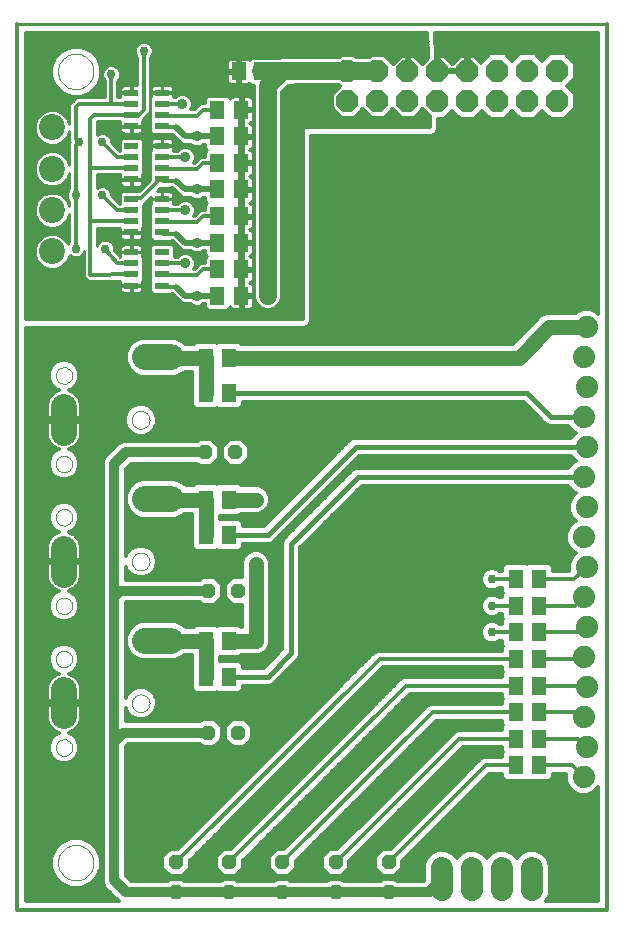
<source format=gtl>
G75*
G70*
%OFA0B0*%
%FSLAX24Y24*%
%IPPOS*%
%LPD*%
%AMOC8*
5,1,8,0,0,1.08239X$1,22.5*
%
%ADD10C,0.0000*%
%ADD11C,0.0120*%
%ADD12C,0.0100*%
%ADD13OC8,0.0740*%
%ADD14C,0.0866*%
%ADD15C,0.0740*%
%ADD16C,0.0740*%
%ADD17R,0.0512X0.0630*%
%ADD18OC8,0.0477*%
%ADD19R,0.0480X0.0244*%
%ADD20C,0.0866*%
%ADD21R,0.0512X0.0591*%
%ADD22C,0.0200*%
%ADD23C,0.0354*%
%ADD24C,0.0600*%
%ADD25C,0.0295*%
%ADD26C,0.0500*%
%ADD27C,0.0160*%
%ADD28C,0.0320*%
D10*
X004943Y006459D02*
X004945Y006492D01*
X004951Y006524D01*
X004960Y006555D01*
X004973Y006585D01*
X004990Y006613D01*
X005010Y006639D01*
X005033Y006663D01*
X005058Y006683D01*
X005086Y006701D01*
X005115Y006715D01*
X005146Y006725D01*
X005178Y006732D01*
X005211Y006735D01*
X005244Y006734D01*
X005276Y006729D01*
X005307Y006720D01*
X005338Y006708D01*
X005366Y006692D01*
X005393Y006673D01*
X005417Y006651D01*
X005438Y006626D01*
X005457Y006599D01*
X005472Y006570D01*
X005483Y006540D01*
X005491Y006508D01*
X005495Y006475D01*
X005495Y006443D01*
X005491Y006410D01*
X005483Y006378D01*
X005472Y006348D01*
X005457Y006319D01*
X005438Y006292D01*
X005417Y006267D01*
X005393Y006245D01*
X005366Y006226D01*
X005338Y006210D01*
X005307Y006198D01*
X005276Y006189D01*
X005244Y006184D01*
X005211Y006183D01*
X005178Y006186D01*
X005146Y006193D01*
X005115Y006203D01*
X005086Y006217D01*
X005058Y006235D01*
X005033Y006255D01*
X005010Y006279D01*
X004990Y006305D01*
X004973Y006333D01*
X004960Y006363D01*
X004951Y006394D01*
X004945Y006426D01*
X004943Y006459D01*
X004943Y009412D02*
X004945Y009445D01*
X004951Y009477D01*
X004960Y009508D01*
X004973Y009538D01*
X004990Y009566D01*
X005010Y009592D01*
X005033Y009616D01*
X005058Y009636D01*
X005086Y009654D01*
X005115Y009668D01*
X005146Y009678D01*
X005178Y009685D01*
X005211Y009688D01*
X005244Y009687D01*
X005276Y009682D01*
X005307Y009673D01*
X005338Y009661D01*
X005366Y009645D01*
X005393Y009626D01*
X005417Y009604D01*
X005438Y009579D01*
X005457Y009552D01*
X005472Y009523D01*
X005483Y009493D01*
X005491Y009461D01*
X005495Y009428D01*
X005495Y009396D01*
X005491Y009363D01*
X005483Y009331D01*
X005472Y009301D01*
X005457Y009272D01*
X005438Y009245D01*
X005417Y009220D01*
X005393Y009198D01*
X005366Y009179D01*
X005338Y009163D01*
X005307Y009151D01*
X005276Y009142D01*
X005244Y009137D01*
X005211Y009136D01*
X005178Y009139D01*
X005146Y009146D01*
X005115Y009156D01*
X005086Y009170D01*
X005058Y009188D01*
X005033Y009208D01*
X005010Y009232D01*
X004990Y009258D01*
X004973Y009286D01*
X004960Y009316D01*
X004951Y009347D01*
X004945Y009379D01*
X004943Y009412D01*
X004943Y011184D02*
X004945Y011217D01*
X004951Y011249D01*
X004960Y011280D01*
X004973Y011310D01*
X004990Y011338D01*
X005010Y011364D01*
X005033Y011388D01*
X005058Y011408D01*
X005086Y011426D01*
X005115Y011440D01*
X005146Y011450D01*
X005178Y011457D01*
X005211Y011460D01*
X005244Y011459D01*
X005276Y011454D01*
X005307Y011445D01*
X005338Y011433D01*
X005366Y011417D01*
X005393Y011398D01*
X005417Y011376D01*
X005438Y011351D01*
X005457Y011324D01*
X005472Y011295D01*
X005483Y011265D01*
X005491Y011233D01*
X005495Y011200D01*
X005495Y011168D01*
X005491Y011135D01*
X005483Y011103D01*
X005472Y011073D01*
X005457Y011044D01*
X005438Y011017D01*
X005417Y010992D01*
X005393Y010970D01*
X005366Y010951D01*
X005338Y010935D01*
X005307Y010923D01*
X005276Y010914D01*
X005244Y010909D01*
X005211Y010908D01*
X005178Y010911D01*
X005146Y010918D01*
X005115Y010928D01*
X005086Y010942D01*
X005058Y010960D01*
X005033Y010980D01*
X005010Y011004D01*
X004990Y011030D01*
X004973Y011058D01*
X004960Y011088D01*
X004951Y011119D01*
X004945Y011151D01*
X004943Y011184D01*
X004943Y014136D02*
X004945Y014169D01*
X004951Y014201D01*
X004960Y014232D01*
X004973Y014262D01*
X004990Y014290D01*
X005010Y014316D01*
X005033Y014340D01*
X005058Y014360D01*
X005086Y014378D01*
X005115Y014392D01*
X005146Y014402D01*
X005178Y014409D01*
X005211Y014412D01*
X005244Y014411D01*
X005276Y014406D01*
X005307Y014397D01*
X005338Y014385D01*
X005366Y014369D01*
X005393Y014350D01*
X005417Y014328D01*
X005438Y014303D01*
X005457Y014276D01*
X005472Y014247D01*
X005483Y014217D01*
X005491Y014185D01*
X005495Y014152D01*
X005495Y014120D01*
X005491Y014087D01*
X005483Y014055D01*
X005472Y014025D01*
X005457Y013996D01*
X005438Y013969D01*
X005417Y013944D01*
X005393Y013922D01*
X005366Y013903D01*
X005338Y013887D01*
X005307Y013875D01*
X005276Y013866D01*
X005244Y013861D01*
X005211Y013860D01*
X005178Y013863D01*
X005146Y013870D01*
X005115Y013880D01*
X005086Y013894D01*
X005058Y013912D01*
X005033Y013932D01*
X005010Y013956D01*
X004990Y013982D01*
X004973Y014010D01*
X004960Y014040D01*
X004951Y014071D01*
X004945Y014103D01*
X004943Y014136D01*
X004943Y015908D02*
X004945Y015941D01*
X004951Y015973D01*
X004960Y016004D01*
X004973Y016034D01*
X004990Y016062D01*
X005010Y016088D01*
X005033Y016112D01*
X005058Y016132D01*
X005086Y016150D01*
X005115Y016164D01*
X005146Y016174D01*
X005178Y016181D01*
X005211Y016184D01*
X005244Y016183D01*
X005276Y016178D01*
X005307Y016169D01*
X005338Y016157D01*
X005366Y016141D01*
X005393Y016122D01*
X005417Y016100D01*
X005438Y016075D01*
X005457Y016048D01*
X005472Y016019D01*
X005483Y015989D01*
X005491Y015957D01*
X005495Y015924D01*
X005495Y015892D01*
X005491Y015859D01*
X005483Y015827D01*
X005472Y015797D01*
X005457Y015768D01*
X005438Y015741D01*
X005417Y015716D01*
X005393Y015694D01*
X005366Y015675D01*
X005338Y015659D01*
X005307Y015647D01*
X005276Y015638D01*
X005244Y015633D01*
X005211Y015632D01*
X005178Y015635D01*
X005146Y015642D01*
X005115Y015652D01*
X005086Y015666D01*
X005058Y015684D01*
X005033Y015704D01*
X005010Y015728D01*
X004990Y015754D01*
X004973Y015782D01*
X004960Y015812D01*
X004951Y015843D01*
X004945Y015875D01*
X004943Y015908D01*
X004943Y018861D02*
X004945Y018894D01*
X004951Y018926D01*
X004960Y018957D01*
X004973Y018987D01*
X004990Y019015D01*
X005010Y019041D01*
X005033Y019065D01*
X005058Y019085D01*
X005086Y019103D01*
X005115Y019117D01*
X005146Y019127D01*
X005178Y019134D01*
X005211Y019137D01*
X005244Y019136D01*
X005276Y019131D01*
X005307Y019122D01*
X005338Y019110D01*
X005366Y019094D01*
X005393Y019075D01*
X005417Y019053D01*
X005438Y019028D01*
X005457Y019001D01*
X005472Y018972D01*
X005483Y018942D01*
X005491Y018910D01*
X005495Y018877D01*
X005495Y018845D01*
X005491Y018812D01*
X005483Y018780D01*
X005472Y018750D01*
X005457Y018721D01*
X005438Y018694D01*
X005417Y018669D01*
X005393Y018647D01*
X005366Y018628D01*
X005338Y018612D01*
X005307Y018600D01*
X005276Y018591D01*
X005244Y018586D01*
X005211Y018585D01*
X005178Y018588D01*
X005146Y018595D01*
X005115Y018605D01*
X005086Y018619D01*
X005058Y018637D01*
X005033Y018657D01*
X005010Y018681D01*
X004990Y018707D01*
X004973Y018735D01*
X004960Y018765D01*
X004951Y018796D01*
X004945Y018828D01*
X004943Y018861D01*
X007483Y017384D02*
X007485Y017418D01*
X007491Y017452D01*
X007501Y017485D01*
X007514Y017516D01*
X007532Y017546D01*
X007552Y017574D01*
X007576Y017599D01*
X007602Y017621D01*
X007630Y017639D01*
X007661Y017655D01*
X007693Y017667D01*
X007727Y017675D01*
X007761Y017679D01*
X007795Y017679D01*
X007829Y017675D01*
X007863Y017667D01*
X007895Y017655D01*
X007925Y017639D01*
X007954Y017621D01*
X007980Y017599D01*
X008004Y017574D01*
X008024Y017546D01*
X008042Y017516D01*
X008055Y017485D01*
X008065Y017452D01*
X008071Y017418D01*
X008073Y017384D01*
X008071Y017350D01*
X008065Y017316D01*
X008055Y017283D01*
X008042Y017252D01*
X008024Y017222D01*
X008004Y017194D01*
X007980Y017169D01*
X007954Y017147D01*
X007926Y017129D01*
X007895Y017113D01*
X007863Y017101D01*
X007829Y017093D01*
X007795Y017089D01*
X007761Y017089D01*
X007727Y017093D01*
X007693Y017101D01*
X007661Y017113D01*
X007630Y017129D01*
X007602Y017147D01*
X007576Y017169D01*
X007552Y017194D01*
X007532Y017222D01*
X007514Y017252D01*
X007501Y017283D01*
X007491Y017316D01*
X007485Y017350D01*
X007483Y017384D01*
X007483Y012660D02*
X007485Y012694D01*
X007491Y012728D01*
X007501Y012761D01*
X007514Y012792D01*
X007532Y012822D01*
X007552Y012850D01*
X007576Y012875D01*
X007602Y012897D01*
X007630Y012915D01*
X007661Y012931D01*
X007693Y012943D01*
X007727Y012951D01*
X007761Y012955D01*
X007795Y012955D01*
X007829Y012951D01*
X007863Y012943D01*
X007895Y012931D01*
X007925Y012915D01*
X007954Y012897D01*
X007980Y012875D01*
X008004Y012850D01*
X008024Y012822D01*
X008042Y012792D01*
X008055Y012761D01*
X008065Y012728D01*
X008071Y012694D01*
X008073Y012660D01*
X008071Y012626D01*
X008065Y012592D01*
X008055Y012559D01*
X008042Y012528D01*
X008024Y012498D01*
X008004Y012470D01*
X007980Y012445D01*
X007954Y012423D01*
X007926Y012405D01*
X007895Y012389D01*
X007863Y012377D01*
X007829Y012369D01*
X007795Y012365D01*
X007761Y012365D01*
X007727Y012369D01*
X007693Y012377D01*
X007661Y012389D01*
X007630Y012405D01*
X007602Y012423D01*
X007576Y012445D01*
X007552Y012470D01*
X007532Y012498D01*
X007514Y012528D01*
X007501Y012559D01*
X007491Y012592D01*
X007485Y012626D01*
X007483Y012660D01*
X007483Y007936D02*
X007485Y007970D01*
X007491Y008004D01*
X007501Y008037D01*
X007514Y008068D01*
X007532Y008098D01*
X007552Y008126D01*
X007576Y008151D01*
X007602Y008173D01*
X007630Y008191D01*
X007661Y008207D01*
X007693Y008219D01*
X007727Y008227D01*
X007761Y008231D01*
X007795Y008231D01*
X007829Y008227D01*
X007863Y008219D01*
X007895Y008207D01*
X007925Y008191D01*
X007954Y008173D01*
X007980Y008151D01*
X008004Y008126D01*
X008024Y008098D01*
X008042Y008068D01*
X008055Y008037D01*
X008065Y008004D01*
X008071Y007970D01*
X008073Y007936D01*
X008071Y007902D01*
X008065Y007868D01*
X008055Y007835D01*
X008042Y007804D01*
X008024Y007774D01*
X008004Y007746D01*
X007980Y007721D01*
X007954Y007699D01*
X007926Y007681D01*
X007895Y007665D01*
X007863Y007653D01*
X007829Y007645D01*
X007795Y007641D01*
X007761Y007641D01*
X007727Y007645D01*
X007693Y007653D01*
X007661Y007665D01*
X007630Y007681D01*
X007602Y007699D01*
X007576Y007721D01*
X007552Y007746D01*
X007532Y007774D01*
X007514Y007804D01*
X007501Y007835D01*
X007491Y007868D01*
X007485Y007902D01*
X007483Y007936D01*
X005021Y002621D02*
X005023Y002669D01*
X005029Y002717D01*
X005039Y002764D01*
X005052Y002810D01*
X005070Y002855D01*
X005090Y002899D01*
X005115Y002941D01*
X005143Y002980D01*
X005173Y003017D01*
X005207Y003051D01*
X005244Y003083D01*
X005282Y003112D01*
X005323Y003137D01*
X005366Y003159D01*
X005411Y003177D01*
X005457Y003191D01*
X005504Y003202D01*
X005552Y003209D01*
X005600Y003212D01*
X005648Y003211D01*
X005696Y003206D01*
X005744Y003197D01*
X005790Y003185D01*
X005835Y003168D01*
X005879Y003148D01*
X005921Y003125D01*
X005961Y003098D01*
X005999Y003068D01*
X006034Y003035D01*
X006066Y002999D01*
X006096Y002961D01*
X006122Y002920D01*
X006144Y002877D01*
X006164Y002833D01*
X006179Y002788D01*
X006191Y002741D01*
X006199Y002693D01*
X006203Y002645D01*
X006203Y002597D01*
X006199Y002549D01*
X006191Y002501D01*
X006179Y002454D01*
X006164Y002409D01*
X006144Y002365D01*
X006122Y002322D01*
X006096Y002281D01*
X006066Y002243D01*
X006034Y002207D01*
X005999Y002174D01*
X005961Y002144D01*
X005921Y002117D01*
X005879Y002094D01*
X005835Y002074D01*
X005790Y002057D01*
X005744Y002045D01*
X005696Y002036D01*
X005648Y002031D01*
X005600Y002030D01*
X005552Y002033D01*
X005504Y002040D01*
X005457Y002051D01*
X005411Y002065D01*
X005366Y002083D01*
X005323Y002105D01*
X005282Y002130D01*
X005244Y002159D01*
X005207Y002191D01*
X005173Y002225D01*
X005143Y002262D01*
X005115Y002301D01*
X005090Y002343D01*
X005070Y002387D01*
X005052Y002432D01*
X005039Y002478D01*
X005029Y002525D01*
X005023Y002573D01*
X005021Y002621D01*
X005021Y028999D02*
X005023Y029047D01*
X005029Y029095D01*
X005039Y029142D01*
X005052Y029188D01*
X005070Y029233D01*
X005090Y029277D01*
X005115Y029319D01*
X005143Y029358D01*
X005173Y029395D01*
X005207Y029429D01*
X005244Y029461D01*
X005282Y029490D01*
X005323Y029515D01*
X005366Y029537D01*
X005411Y029555D01*
X005457Y029569D01*
X005504Y029580D01*
X005552Y029587D01*
X005600Y029590D01*
X005648Y029589D01*
X005696Y029584D01*
X005744Y029575D01*
X005790Y029563D01*
X005835Y029546D01*
X005879Y029526D01*
X005921Y029503D01*
X005961Y029476D01*
X005999Y029446D01*
X006034Y029413D01*
X006066Y029377D01*
X006096Y029339D01*
X006122Y029298D01*
X006144Y029255D01*
X006164Y029211D01*
X006179Y029166D01*
X006191Y029119D01*
X006199Y029071D01*
X006203Y029023D01*
X006203Y028975D01*
X006199Y028927D01*
X006191Y028879D01*
X006179Y028832D01*
X006164Y028787D01*
X006144Y028743D01*
X006122Y028700D01*
X006096Y028659D01*
X006066Y028621D01*
X006034Y028585D01*
X005999Y028552D01*
X005961Y028522D01*
X005921Y028495D01*
X005879Y028472D01*
X005835Y028452D01*
X005790Y028435D01*
X005744Y028423D01*
X005696Y028414D01*
X005648Y028409D01*
X005600Y028408D01*
X005552Y028411D01*
X005504Y028418D01*
X005457Y028429D01*
X005411Y028443D01*
X005366Y028461D01*
X005323Y028483D01*
X005282Y028508D01*
X005244Y028537D01*
X005207Y028569D01*
X005173Y028603D01*
X005143Y028640D01*
X005115Y028679D01*
X005090Y028721D01*
X005070Y028765D01*
X005052Y028810D01*
X005039Y028856D01*
X005029Y028903D01*
X005023Y028951D01*
X005021Y028999D01*
D11*
X003644Y030573D02*
X003644Y001046D01*
X023329Y001046D01*
X023329Y030573D01*
X023032Y030286D02*
X023032Y020918D01*
X022975Y020975D01*
X022758Y021065D01*
X022523Y021065D01*
X022307Y020975D01*
X022276Y020945D01*
X021306Y020945D01*
X021134Y020873D01*
X020182Y019921D01*
X011123Y019921D01*
X011058Y019986D01*
X010364Y019986D01*
X010337Y019959D01*
X010310Y019986D01*
X009616Y019986D01*
X009551Y019922D01*
X009270Y019926D01*
X009171Y020025D01*
X008931Y020124D01*
X007805Y020124D01*
X007565Y020025D01*
X007382Y019841D01*
X007282Y019601D01*
X007282Y019341D01*
X007382Y019101D01*
X007565Y018917D01*
X007805Y018818D01*
X008931Y018818D01*
X009171Y018917D01*
X009241Y018987D01*
X009472Y018983D01*
X009476Y018981D01*
X009493Y018981D01*
X009493Y018682D01*
X009487Y018676D01*
X009487Y017864D01*
X009616Y017735D01*
X010310Y017735D01*
X010337Y017762D01*
X010364Y017735D01*
X011058Y017735D01*
X011187Y017864D01*
X011187Y017970D01*
X020547Y017970D01*
X021205Y017313D01*
X021289Y017229D01*
X021399Y017183D01*
X022023Y017183D01*
X022041Y017141D01*
X022207Y016975D01*
X022277Y016946D01*
X022141Y016809D01*
X022126Y016775D01*
X014880Y016775D01*
X014769Y016729D01*
X011886Y013846D01*
X011187Y013846D01*
X011187Y013952D01*
X011058Y014081D01*
X010433Y014081D01*
X012121Y014081D01*
X012239Y014199D02*
X011065Y014199D01*
X011058Y014192D02*
X011123Y014257D01*
X011710Y014257D01*
X011883Y014328D01*
X012015Y014461D01*
X012086Y014633D01*
X012086Y014820D01*
X012015Y014993D01*
X011883Y015125D01*
X011710Y015197D01*
X011123Y015197D01*
X011058Y015262D01*
X010364Y015262D01*
X010337Y015235D01*
X010310Y015262D01*
X009616Y015262D01*
X009551Y015197D01*
X009275Y015197D01*
X009171Y015300D01*
X008931Y015400D01*
X007805Y015400D01*
X007565Y015300D01*
X007382Y015117D01*
X007282Y014877D01*
X007282Y014617D01*
X007382Y014377D01*
X007565Y014193D01*
X007805Y014094D01*
X008931Y014094D01*
X009171Y014193D01*
X009235Y014257D01*
X009493Y014257D01*
X009493Y013958D01*
X009487Y013952D01*
X009487Y013140D01*
X009616Y013011D01*
X010310Y013011D01*
X010337Y013038D01*
X010364Y013011D01*
X011058Y013011D01*
X011187Y013140D01*
X011187Y013246D01*
X012070Y013246D01*
X012180Y013291D01*
X012264Y013376D01*
X015063Y016175D01*
X022126Y016175D01*
X022141Y016141D01*
X022277Y016004D01*
X022207Y015975D01*
X022041Y015809D01*
X022026Y015775D01*
X014962Y015775D01*
X014852Y015729D01*
X012628Y013505D01*
X012543Y013420D01*
X012497Y013310D01*
X012497Y009733D01*
X011886Y009121D01*
X011187Y009121D01*
X011187Y009228D01*
X011058Y009356D01*
X010433Y009356D01*
X010433Y009468D01*
X011058Y009468D01*
X011123Y009533D01*
X011710Y009533D01*
X011883Y009604D01*
X012015Y009736D01*
X012086Y009909D01*
X012086Y012655D01*
X012015Y012828D01*
X011883Y012960D01*
X011710Y013032D01*
X011523Y013032D01*
X011350Y012960D01*
X011218Y012828D01*
X011146Y012655D01*
X011146Y012134D01*
X010844Y012134D01*
X010575Y011866D01*
X010575Y011486D01*
X010844Y011217D01*
X011146Y011217D01*
X011146Y010473D01*
X011123Y010473D01*
X011058Y010537D01*
X010364Y010537D01*
X010337Y010510D01*
X010310Y010537D01*
X009616Y010537D01*
X009551Y010473D01*
X009275Y010473D01*
X009171Y010576D01*
X008931Y010675D01*
X007805Y010675D01*
X007565Y010576D01*
X007382Y010392D01*
X007282Y010152D01*
X007282Y009892D01*
X007382Y009652D01*
X007565Y009469D01*
X007805Y009369D01*
X008931Y009369D01*
X009171Y009469D01*
X009235Y009533D01*
X009493Y009533D01*
X009493Y009233D01*
X009487Y009228D01*
X009487Y008415D01*
X009616Y008286D01*
X010310Y008286D01*
X010337Y008313D01*
X010364Y008286D01*
X011058Y008286D01*
X011187Y008415D01*
X011187Y008521D01*
X012070Y008521D01*
X012180Y008567D01*
X012264Y008651D01*
X013052Y009439D01*
X013097Y009549D01*
X013097Y013126D01*
X015146Y015175D01*
X022026Y015175D01*
X022041Y015141D01*
X022207Y014975D01*
X022277Y014946D01*
X022141Y014809D01*
X022051Y014592D01*
X022051Y014358D01*
X022141Y014141D01*
X022277Y014004D01*
X022207Y013975D01*
X022041Y013809D01*
X021951Y013592D01*
X021951Y013358D01*
X022041Y013141D01*
X022207Y012975D01*
X022277Y012946D01*
X022141Y012809D01*
X022051Y012592D01*
X022051Y012358D01*
X022054Y012349D01*
X021521Y012349D01*
X021521Y012476D01*
X021393Y012604D01*
X020698Y012604D01*
X020671Y012577D01*
X020645Y012604D01*
X019950Y012604D01*
X019822Y012476D01*
X019822Y012349D01*
X019730Y012349D01*
X019699Y012381D01*
X019564Y012437D01*
X019417Y012437D01*
X019282Y012381D01*
X019179Y012278D01*
X019123Y012143D01*
X019123Y011996D01*
X019179Y011861D01*
X019282Y011758D01*
X019417Y011702D01*
X019564Y011702D01*
X019699Y011758D01*
X019730Y011789D01*
X019822Y011789D01*
X019822Y011663D01*
X019858Y011627D01*
X019822Y011590D01*
X019822Y011464D01*
X019730Y011464D01*
X019699Y011495D01*
X019564Y011551D01*
X019417Y011551D01*
X019282Y011495D01*
X019179Y011392D01*
X019123Y011257D01*
X019123Y011110D01*
X019179Y010975D01*
X019282Y010872D01*
X019417Y010816D01*
X019564Y010816D01*
X019699Y010872D01*
X019730Y010904D01*
X019822Y010904D01*
X019822Y010778D01*
X019858Y010741D01*
X019822Y010704D01*
X019822Y010578D01*
X019730Y010578D01*
X019699Y010609D01*
X019564Y010665D01*
X019417Y010665D01*
X019282Y010609D01*
X019179Y010506D01*
X019123Y010371D01*
X019123Y010225D01*
X019179Y010090D01*
X019282Y009986D01*
X019417Y009930D01*
X019564Y009930D01*
X019699Y009986D01*
X019730Y010018D01*
X019822Y010018D01*
X019822Y009892D01*
X019858Y009855D01*
X019822Y009818D01*
X019822Y009692D01*
X015687Y009692D01*
X015584Y009649D01*
X015505Y009571D01*
X015505Y009571D01*
X009022Y003087D01*
X008769Y003087D01*
X008500Y002819D01*
X008500Y002438D01*
X008769Y002170D01*
X009149Y002170D01*
X009418Y002438D01*
X009418Y002691D01*
X015858Y009132D01*
X019822Y009132D01*
X019822Y009006D01*
X019858Y008969D01*
X019822Y008932D01*
X019822Y008806D01*
X016572Y008806D01*
X016470Y008764D01*
X010793Y003087D01*
X010541Y003087D01*
X010272Y002819D01*
X010272Y002438D01*
X010541Y002170D01*
X010921Y002170D01*
X011189Y002438D01*
X011189Y002691D01*
X016744Y008246D01*
X019822Y008246D01*
X019822Y008120D01*
X019858Y008083D01*
X019822Y008046D01*
X019822Y007920D01*
X017458Y007920D01*
X017355Y007878D01*
X012565Y003087D01*
X012312Y003087D01*
X012043Y002819D01*
X012043Y002438D01*
X012312Y002170D01*
X012692Y002170D01*
X012961Y002438D01*
X012961Y002691D01*
X017630Y007360D01*
X019822Y007360D01*
X019822Y007234D01*
X019858Y007197D01*
X019822Y007161D01*
X019822Y007034D01*
X018344Y007034D01*
X018241Y006992D01*
X014337Y003087D01*
X014084Y003087D01*
X013815Y002819D01*
X013815Y002438D01*
X014084Y002170D01*
X014464Y002170D01*
X014733Y002438D01*
X014733Y002691D01*
X018516Y006474D01*
X019822Y006474D01*
X019822Y006348D01*
X019858Y006312D01*
X019822Y006275D01*
X019822Y006149D01*
X019230Y006149D01*
X019127Y006106D01*
X016108Y003087D01*
X015855Y003087D01*
X015587Y002819D01*
X015587Y002438D01*
X015855Y002170D01*
X016236Y002170D01*
X016504Y002438D01*
X016504Y002691D01*
X019402Y005589D01*
X019822Y005589D01*
X019822Y005463D01*
X019950Y005334D01*
X020645Y005334D01*
X020671Y005361D01*
X020698Y005334D01*
X021393Y005334D01*
X021521Y005463D01*
X021521Y005589D01*
X021951Y005589D01*
X021951Y005358D01*
X022041Y005141D01*
X022207Y004975D01*
X022423Y004885D01*
X022658Y004885D01*
X022875Y004975D01*
X023032Y005132D01*
X023032Y001343D01*
X021285Y001343D01*
X021317Y001375D01*
X021407Y001592D01*
X021407Y002567D01*
X021317Y002783D01*
X021151Y002949D01*
X020935Y003039D01*
X020700Y003039D01*
X020483Y002949D01*
X020317Y002784D01*
X020151Y002949D01*
X019935Y003039D01*
X019700Y003039D01*
X019483Y002949D01*
X019317Y002784D01*
X019151Y002949D01*
X018935Y003039D01*
X018700Y003039D01*
X018483Y002949D01*
X018317Y002784D01*
X018151Y002949D01*
X017935Y003039D01*
X017700Y003039D01*
X017483Y002949D01*
X017317Y002783D01*
X017227Y002567D01*
X017227Y002027D01*
X017209Y002009D01*
X016314Y002009D01*
X016236Y002087D01*
X015855Y002087D01*
X015777Y002009D01*
X014543Y002009D01*
X014464Y002087D01*
X014084Y002087D01*
X014005Y002009D01*
X012771Y002009D01*
X012692Y002087D01*
X012312Y002087D01*
X012233Y002009D01*
X010999Y002009D01*
X010921Y002087D01*
X010541Y002087D01*
X010462Y002009D01*
X009228Y002009D01*
X009149Y002087D01*
X008769Y002087D01*
X008698Y002016D01*
X007443Y002016D01*
X007272Y002187D01*
X007272Y006499D01*
X007345Y006571D01*
X009765Y006571D01*
X009844Y006493D01*
X010224Y006493D01*
X010492Y006761D01*
X010492Y007141D01*
X010224Y007410D01*
X009844Y007410D01*
X009765Y007331D01*
X007272Y007331D01*
X007272Y007765D01*
X007326Y007634D01*
X007476Y007484D01*
X007672Y007403D01*
X007884Y007403D01*
X008079Y007484D01*
X008229Y007634D01*
X008310Y007830D01*
X008310Y008041D01*
X008229Y008237D01*
X008079Y008387D01*
X007884Y008468D01*
X007672Y008468D01*
X007476Y008387D01*
X007326Y008237D01*
X007272Y008106D01*
X007272Y011296D01*
X009765Y011296D01*
X009844Y011217D01*
X010224Y011217D01*
X010492Y011486D01*
X010492Y011866D01*
X010224Y012134D01*
X009844Y012134D01*
X009765Y012056D01*
X007272Y012056D01*
X007272Y012490D01*
X007326Y012358D01*
X007476Y012209D01*
X007672Y012128D01*
X007884Y012128D01*
X008079Y012209D01*
X008229Y012358D01*
X008310Y012554D01*
X008310Y012766D01*
X008229Y012962D01*
X008079Y013111D01*
X007884Y013192D01*
X007672Y013192D01*
X007476Y013111D01*
X007326Y012962D01*
X007272Y012830D01*
X007272Y015751D01*
X007443Y015922D01*
X009667Y015922D01*
X009745Y015843D01*
X010125Y015843D01*
X010394Y016112D01*
X010394Y016492D01*
X010125Y016760D01*
X009745Y016760D01*
X009667Y016682D01*
X007210Y016682D01*
X007070Y016624D01*
X006677Y016230D01*
X006570Y016123D01*
X006512Y015984D01*
X006512Y001954D01*
X006570Y001815D01*
X006964Y001421D01*
X007042Y001343D01*
X003941Y001343D01*
X003941Y020461D01*
X013245Y020461D01*
X013344Y020502D01*
X013376Y020534D01*
X013388Y020534D01*
X013388Y020546D01*
X013420Y020578D01*
X013461Y020677D01*
X013461Y026859D01*
X017374Y026859D01*
X017377Y026857D01*
X017427Y026859D01*
X017477Y026859D01*
X017481Y026860D01*
X017485Y026860D01*
X017530Y026881D01*
X017576Y026900D01*
X017579Y026902D01*
X017583Y026904D01*
X017617Y026940D01*
X017652Y026976D01*
X017654Y026979D01*
X017657Y026982D01*
X017674Y027029D01*
X017693Y027075D01*
X017693Y027079D01*
X017695Y027083D01*
X017693Y027132D01*
X017693Y027182D01*
X017692Y027186D01*
X017685Y027424D01*
X017912Y027424D01*
X018168Y027680D01*
X018423Y027424D01*
X018912Y027424D01*
X019168Y027680D01*
X019423Y027424D01*
X019912Y027424D01*
X020168Y027680D01*
X020423Y027424D01*
X020912Y027424D01*
X021168Y027680D01*
X021423Y027424D01*
X021912Y027424D01*
X022258Y027770D01*
X022258Y028259D01*
X022002Y028514D01*
X022258Y028770D01*
X022258Y029259D01*
X021912Y029604D01*
X021423Y029604D01*
X021168Y029349D01*
X020912Y029604D01*
X020423Y029604D01*
X020168Y029349D01*
X019912Y029604D01*
X019423Y029604D01*
X019110Y029291D01*
X018878Y029523D01*
X018708Y029523D01*
X018708Y029054D01*
X018628Y029054D01*
X018628Y029523D01*
X018457Y029523D01*
X018168Y029234D01*
X017878Y029523D01*
X017708Y029523D01*
X017708Y029054D01*
X018628Y029054D01*
X018628Y028974D01*
X018159Y028974D01*
X017708Y028974D01*
X017708Y029054D01*
X017639Y029054D01*
X017628Y029439D01*
X017628Y029523D01*
X017625Y029523D01*
X017603Y030286D01*
X023032Y030286D01*
X023032Y030197D02*
X017606Y030197D01*
X017609Y030078D02*
X023032Y030078D01*
X023032Y029960D02*
X017613Y029960D01*
X017616Y029841D02*
X023032Y029841D01*
X023032Y029723D02*
X017619Y029723D01*
X017623Y029604D02*
X023032Y029604D01*
X023032Y029486D02*
X022030Y029486D01*
X022149Y029367D02*
X023032Y029367D01*
X023032Y029249D02*
X022258Y029249D01*
X022258Y029130D02*
X023032Y029130D01*
X023032Y029012D02*
X022258Y029012D01*
X022258Y028893D02*
X023032Y028893D01*
X023032Y028775D02*
X022258Y028775D01*
X022144Y028656D02*
X023032Y028656D01*
X023032Y028538D02*
X022025Y028538D01*
X022097Y028419D02*
X023032Y028419D01*
X023032Y028301D02*
X022215Y028301D01*
X022258Y028182D02*
X023032Y028182D01*
X023032Y028064D02*
X022258Y028064D01*
X022258Y027945D02*
X023032Y027945D01*
X023032Y027827D02*
X022258Y027827D01*
X022196Y027708D02*
X023032Y027708D01*
X023032Y027590D02*
X022077Y027590D01*
X021959Y027471D02*
X023032Y027471D01*
X023032Y027353D02*
X017687Y027353D01*
X017691Y027234D02*
X023032Y027234D01*
X023032Y027116D02*
X017694Y027116D01*
X017662Y026997D02*
X023032Y026997D01*
X023032Y026879D02*
X017527Y026879D01*
X017959Y027471D02*
X018376Y027471D01*
X018258Y027590D02*
X018077Y027590D01*
X018959Y027471D02*
X019376Y027471D01*
X019258Y027590D02*
X019077Y027590D01*
X019959Y027471D02*
X020376Y027471D01*
X020258Y027590D02*
X020077Y027590D01*
X020959Y027471D02*
X021376Y027471D01*
X021258Y027590D02*
X021077Y027590D01*
X021149Y029367D02*
X021186Y029367D01*
X021305Y029486D02*
X021030Y029486D01*
X020305Y029486D02*
X020030Y029486D01*
X020149Y029367D02*
X020186Y029367D01*
X019305Y029486D02*
X018915Y029486D01*
X019034Y029367D02*
X019186Y029367D01*
X018708Y029367D02*
X018628Y029367D01*
X018628Y029249D02*
X018708Y029249D01*
X018708Y029130D02*
X018628Y029130D01*
X018628Y029012D02*
X017708Y029012D01*
X017708Y029130D02*
X017636Y029130D01*
X017633Y029249D02*
X017708Y029249D01*
X017708Y029367D02*
X017630Y029367D01*
X017628Y029486D02*
X017708Y029486D01*
X017915Y029486D02*
X018420Y029486D01*
X018301Y029367D02*
X018034Y029367D01*
X018152Y029249D02*
X018183Y029249D01*
X018628Y029486D02*
X018708Y029486D01*
X023032Y026760D02*
X013461Y026760D01*
X013461Y026642D02*
X023032Y026642D01*
X023032Y026523D02*
X013461Y026523D01*
X013461Y026405D02*
X023032Y026405D01*
X023032Y026286D02*
X013461Y026286D01*
X013461Y026168D02*
X023032Y026168D01*
X023032Y026049D02*
X013461Y026049D01*
X013461Y025931D02*
X023032Y025931D01*
X023032Y025812D02*
X013461Y025812D01*
X013461Y025694D02*
X023032Y025694D01*
X023032Y025575D02*
X013461Y025575D01*
X013461Y025457D02*
X023032Y025457D01*
X023032Y025338D02*
X013461Y025338D01*
X013461Y025220D02*
X023032Y025220D01*
X023032Y025101D02*
X013461Y025101D01*
X013461Y024983D02*
X023032Y024983D01*
X023032Y024864D02*
X013461Y024864D01*
X013461Y024746D02*
X023032Y024746D01*
X023032Y024627D02*
X013461Y024627D01*
X013461Y024509D02*
X023032Y024509D01*
X023032Y024390D02*
X013461Y024390D01*
X013461Y024272D02*
X023032Y024272D01*
X023032Y024153D02*
X013461Y024153D01*
X013461Y024035D02*
X023032Y024035D01*
X023032Y023916D02*
X013461Y023916D01*
X013461Y023798D02*
X023032Y023798D01*
X023032Y023679D02*
X013461Y023679D01*
X013461Y023561D02*
X023032Y023561D01*
X023032Y023442D02*
X013461Y023442D01*
X013461Y023324D02*
X023032Y023324D01*
X023032Y023205D02*
X013461Y023205D01*
X013461Y023087D02*
X023032Y023087D01*
X023032Y022968D02*
X013461Y022968D01*
X013461Y022850D02*
X023032Y022850D01*
X023032Y022731D02*
X013461Y022731D01*
X013461Y022613D02*
X023032Y022613D01*
X023032Y022494D02*
X013461Y022494D01*
X013461Y022376D02*
X023032Y022376D01*
X023032Y022257D02*
X013461Y022257D01*
X013461Y022139D02*
X023032Y022139D01*
X023032Y022020D02*
X013461Y022020D01*
X013461Y021902D02*
X023032Y021902D01*
X023032Y021783D02*
X013461Y021783D01*
X013461Y021665D02*
X023032Y021665D01*
X023032Y021546D02*
X013461Y021546D01*
X013461Y021428D02*
X023032Y021428D01*
X023032Y021309D02*
X013461Y021309D01*
X013461Y021191D02*
X023032Y021191D01*
X023032Y021072D02*
X013461Y021072D01*
X013461Y020954D02*
X022285Y020954D01*
X022996Y020954D02*
X023032Y020954D01*
X021096Y020835D02*
X013461Y020835D01*
X013461Y020717D02*
X020977Y020717D01*
X020859Y020598D02*
X013429Y020598D01*
X013291Y020480D02*
X020740Y020480D01*
X020622Y020361D02*
X003941Y020361D01*
X003941Y020243D02*
X020503Y020243D01*
X020385Y020124D02*
X003941Y020124D01*
X003941Y020006D02*
X007547Y020006D01*
X007428Y019887D02*
X003941Y019887D01*
X003941Y019769D02*
X007352Y019769D01*
X007303Y019650D02*
X003941Y019650D01*
X003941Y019532D02*
X007282Y019532D01*
X007282Y019413D02*
X003941Y019413D01*
X003941Y019295D02*
X004928Y019295D01*
X004784Y019151D01*
X004706Y018963D01*
X004706Y018759D01*
X004784Y018570D01*
X004928Y018426D01*
X005066Y018369D01*
X004999Y018347D01*
X004919Y018307D01*
X004846Y018254D01*
X004783Y018190D01*
X004730Y018117D01*
X004689Y018037D01*
X004661Y017951D01*
X004647Y017862D01*
X004647Y017444D01*
X005159Y017444D01*
X005159Y017324D01*
X004647Y017324D01*
X004647Y016906D01*
X004661Y016817D01*
X004689Y016732D01*
X004730Y016652D01*
X004783Y016579D01*
X004846Y016515D01*
X004919Y016462D01*
X004999Y016421D01*
X005066Y016400D01*
X004928Y016343D01*
X004784Y016198D01*
X004706Y016010D01*
X004706Y015806D01*
X004784Y015618D01*
X004928Y015473D01*
X005117Y015395D01*
X005321Y015395D01*
X005509Y015473D01*
X005653Y015618D01*
X005731Y015806D01*
X005731Y016010D01*
X005653Y016198D01*
X005509Y016343D01*
X005372Y016400D01*
X005438Y016421D01*
X005518Y016462D01*
X005591Y016515D01*
X005655Y016579D01*
X005708Y016652D01*
X005749Y016732D01*
X005776Y016817D01*
X005791Y016906D01*
X005791Y017324D01*
X005279Y017324D01*
X005279Y017444D01*
X005791Y017444D01*
X005791Y017862D01*
X005776Y017951D01*
X005749Y018037D01*
X005708Y018117D01*
X005655Y018190D01*
X005591Y018254D01*
X005518Y018307D01*
X005438Y018347D01*
X005372Y018369D01*
X005509Y018426D01*
X005653Y018570D01*
X005731Y018759D01*
X005731Y018963D01*
X005653Y019151D01*
X005509Y019295D01*
X005321Y019374D01*
X005117Y019374D01*
X004928Y019295D01*
X004809Y019176D02*
X003941Y019176D01*
X003941Y019058D02*
X004745Y019058D01*
X004706Y018939D02*
X003941Y018939D01*
X003941Y018821D02*
X004706Y018821D01*
X004729Y018702D02*
X003941Y018702D01*
X003941Y018584D02*
X004778Y018584D01*
X004889Y018465D02*
X003941Y018465D01*
X003941Y018347D02*
X004998Y018347D01*
X004821Y018228D02*
X003941Y018228D01*
X003941Y018110D02*
X004726Y018110D01*
X004674Y017991D02*
X003941Y017991D01*
X003941Y017873D02*
X004649Y017873D01*
X004647Y017754D02*
X003941Y017754D01*
X003941Y017636D02*
X004647Y017636D01*
X004647Y017517D02*
X003941Y017517D01*
X003941Y017399D02*
X005159Y017399D01*
X005279Y017399D02*
X007245Y017399D01*
X007245Y017490D02*
X007245Y017278D01*
X007326Y017083D01*
X007476Y016933D01*
X007672Y016852D01*
X007884Y016852D01*
X008079Y016933D01*
X008229Y017083D01*
X008310Y017278D01*
X008310Y017490D01*
X008229Y017686D01*
X008079Y017836D01*
X007884Y017917D01*
X007672Y017917D01*
X007476Y017836D01*
X007326Y017686D01*
X007245Y017490D01*
X007257Y017517D02*
X005791Y017517D01*
X005791Y017636D02*
X007306Y017636D01*
X007395Y017754D02*
X005791Y017754D01*
X005789Y017873D02*
X007566Y017873D01*
X007990Y017873D02*
X009487Y017873D01*
X009487Y017991D02*
X005763Y017991D01*
X005712Y018110D02*
X009487Y018110D01*
X009487Y018228D02*
X005617Y018228D01*
X005439Y018347D02*
X009487Y018347D01*
X009487Y018465D02*
X005548Y018465D01*
X005659Y018584D02*
X009487Y018584D01*
X009493Y018702D02*
X005708Y018702D01*
X005731Y018821D02*
X007798Y018821D01*
X007543Y018939D02*
X005731Y018939D01*
X005692Y019058D02*
X007425Y019058D01*
X007350Y019176D02*
X005628Y019176D01*
X005510Y019295D02*
X007301Y019295D01*
X008161Y017754D02*
X009597Y017754D01*
X010329Y017754D02*
X010345Y017754D01*
X011077Y017754D02*
X020763Y017754D01*
X020882Y017636D02*
X008250Y017636D01*
X008299Y017517D02*
X021000Y017517D01*
X021119Y017399D02*
X008310Y017399D01*
X008310Y017280D02*
X021237Y017280D01*
X020645Y017873D02*
X011187Y017873D01*
X011125Y016760D02*
X010745Y016760D01*
X010477Y016492D01*
X010477Y016112D01*
X010745Y015843D01*
X011125Y015843D01*
X011394Y016112D01*
X011394Y016492D01*
X011125Y016760D01*
X011198Y016688D02*
X014728Y016688D01*
X014609Y016569D02*
X011316Y016569D01*
X011394Y016451D02*
X014491Y016451D01*
X014372Y016332D02*
X011394Y016332D01*
X011394Y016214D02*
X014254Y016214D01*
X014135Y016095D02*
X011378Y016095D01*
X011259Y015977D02*
X014017Y015977D01*
X013898Y015858D02*
X011141Y015858D01*
X010730Y015858D02*
X010141Y015858D01*
X010259Y015977D02*
X010611Y015977D01*
X010493Y016095D02*
X010378Y016095D01*
X010394Y016214D02*
X010477Y016214D01*
X010477Y016332D02*
X010394Y016332D01*
X010394Y016451D02*
X010477Y016451D01*
X010554Y016569D02*
X010316Y016569D01*
X010198Y016688D02*
X010673Y016688D01*
X009673Y016688D02*
X005726Y016688D01*
X005773Y016806D02*
X022139Y016806D01*
X022256Y016925D02*
X008060Y016925D01*
X008190Y017043D02*
X022138Y017043D01*
X022032Y017162D02*
X008262Y017162D01*
X007496Y016925D02*
X005791Y016925D01*
X005791Y017043D02*
X007366Y017043D01*
X007294Y017162D02*
X005791Y017162D01*
X005791Y017280D02*
X007245Y017280D01*
X007016Y016569D02*
X005645Y016569D01*
X005496Y016451D02*
X006897Y016451D01*
X006779Y016332D02*
X005520Y016332D01*
X005638Y016214D02*
X006660Y016214D01*
X006558Y016095D02*
X005696Y016095D01*
X005731Y015977D02*
X006512Y015977D01*
X006512Y015858D02*
X005731Y015858D01*
X005704Y015740D02*
X006512Y015740D01*
X006512Y015621D02*
X005655Y015621D01*
X005539Y015503D02*
X006512Y015503D01*
X006512Y015384D02*
X003941Y015384D01*
X003941Y015266D02*
X006512Y015266D01*
X006512Y015147D02*
X003941Y015147D01*
X003941Y015029D02*
X006512Y015029D01*
X006512Y014910D02*
X003941Y014910D01*
X003941Y014792D02*
X006512Y014792D01*
X006512Y014673D02*
X003941Y014673D01*
X003941Y014555D02*
X004912Y014555D01*
X004928Y014571D02*
X004784Y014427D01*
X004706Y014238D01*
X004706Y014034D01*
X004784Y013846D01*
X004928Y013702D01*
X005066Y013645D01*
X004999Y013623D01*
X004919Y013582D01*
X004846Y013529D01*
X004783Y013466D01*
X004730Y013393D01*
X004689Y013313D01*
X004661Y013227D01*
X004647Y013138D01*
X004647Y012720D01*
X005159Y012720D01*
X005159Y012600D01*
X004647Y012600D01*
X004647Y012182D01*
X004661Y012093D01*
X004689Y012007D01*
X004730Y011927D01*
X004783Y011854D01*
X004846Y011791D01*
X004919Y011738D01*
X004999Y011697D01*
X005066Y011675D01*
X004928Y011618D01*
X004784Y011474D01*
X004706Y011286D01*
X004706Y011082D01*
X004784Y010893D01*
X004928Y010749D01*
X005117Y010671D01*
X005321Y010671D01*
X005509Y010749D01*
X005653Y010893D01*
X005731Y011082D01*
X005731Y011286D01*
X005653Y011474D01*
X005509Y011618D01*
X005372Y011675D01*
X005438Y011697D01*
X005518Y011738D01*
X005591Y011791D01*
X005655Y011854D01*
X005708Y011927D01*
X005749Y012007D01*
X005776Y012093D01*
X005791Y012182D01*
X005791Y012600D01*
X005279Y012600D01*
X005279Y012720D01*
X005791Y012720D01*
X005791Y013138D01*
X005776Y013227D01*
X005749Y013313D01*
X005708Y013393D01*
X005655Y013466D01*
X005591Y013529D01*
X005518Y013582D01*
X005438Y013623D01*
X005372Y013645D01*
X005509Y013702D01*
X005653Y013846D01*
X005731Y014034D01*
X005731Y014238D01*
X005653Y014427D01*
X005509Y014571D01*
X005321Y014649D01*
X005117Y014649D01*
X004928Y014571D01*
X004794Y014436D02*
X003941Y014436D01*
X003941Y014318D02*
X004739Y014318D01*
X004706Y014199D02*
X003941Y014199D01*
X003941Y014081D02*
X004706Y014081D01*
X004736Y013962D02*
X003941Y013962D01*
X003941Y013844D02*
X004786Y013844D01*
X004905Y013725D02*
X003941Y013725D01*
X003941Y013607D02*
X004968Y013607D01*
X004805Y013488D02*
X003941Y013488D01*
X003941Y013370D02*
X004718Y013370D01*
X004669Y013251D02*
X003941Y013251D01*
X003941Y013133D02*
X004647Y013133D01*
X004647Y013014D02*
X003941Y013014D01*
X003941Y012896D02*
X004647Y012896D01*
X004647Y012777D02*
X003941Y012777D01*
X003941Y012659D02*
X005159Y012659D01*
X005279Y012659D02*
X006512Y012659D01*
X006512Y012777D02*
X005791Y012777D01*
X005791Y012896D02*
X006512Y012896D01*
X006512Y013014D02*
X005791Y013014D01*
X005791Y013133D02*
X006512Y013133D01*
X006512Y013251D02*
X005769Y013251D01*
X005719Y013370D02*
X006512Y013370D01*
X006512Y013488D02*
X005632Y013488D01*
X005470Y013607D02*
X006512Y013607D01*
X006512Y013725D02*
X005533Y013725D01*
X005651Y013844D02*
X006512Y013844D01*
X006512Y013962D02*
X005702Y013962D01*
X005731Y014081D02*
X006512Y014081D01*
X006512Y014199D02*
X005731Y014199D01*
X005699Y014318D02*
X006512Y014318D01*
X006512Y014436D02*
X005644Y014436D01*
X005525Y014555D02*
X006512Y014555D01*
X007272Y014555D02*
X007308Y014555D01*
X007282Y014673D02*
X007272Y014673D01*
X007272Y014792D02*
X007282Y014792D01*
X007272Y014910D02*
X007296Y014910D01*
X007272Y015029D02*
X007345Y015029D01*
X007412Y015147D02*
X007272Y015147D01*
X007272Y015266D02*
X007531Y015266D01*
X007768Y015384D02*
X007272Y015384D01*
X007272Y015503D02*
X013543Y015503D01*
X013661Y015621D02*
X007272Y015621D01*
X007272Y015740D02*
X013780Y015740D01*
X014154Y015266D02*
X014389Y015266D01*
X014273Y015384D02*
X014507Y015384D01*
X014391Y015503D02*
X014626Y015503D01*
X014510Y015621D02*
X014744Y015621D01*
X014628Y015740D02*
X014877Y015740D01*
X014747Y015858D02*
X022090Y015858D01*
X022211Y015977D02*
X014865Y015977D01*
X014984Y016095D02*
X022186Y016095D01*
X022038Y015147D02*
X015119Y015147D01*
X015000Y015029D02*
X022153Y015029D01*
X022242Y014910D02*
X014882Y014910D01*
X014763Y014792D02*
X022133Y014792D01*
X022084Y014673D02*
X014645Y014673D01*
X014526Y014555D02*
X022051Y014555D01*
X022051Y014436D02*
X014408Y014436D01*
X014289Y014318D02*
X022067Y014318D01*
X022116Y014199D02*
X014171Y014199D01*
X014052Y014081D02*
X022201Y014081D01*
X022194Y013962D02*
X013934Y013962D01*
X013815Y013844D02*
X022075Y013844D01*
X022006Y013725D02*
X013697Y013725D01*
X013578Y013607D02*
X021957Y013607D01*
X021951Y013488D02*
X013460Y013488D01*
X013341Y013370D02*
X021951Y013370D01*
X021995Y013251D02*
X013223Y013251D01*
X013104Y013133D02*
X022049Y013133D01*
X022167Y013014D02*
X013097Y013014D01*
X013097Y012896D02*
X022227Y012896D01*
X022127Y012777D02*
X013097Y012777D01*
X013097Y012659D02*
X022078Y012659D01*
X022051Y012540D02*
X021457Y012540D01*
X021521Y012422D02*
X022051Y012422D01*
X022235Y012069D02*
X022641Y012475D01*
X022235Y012069D02*
X021046Y012069D01*
X020297Y012069D02*
X019490Y012069D01*
X019123Y012066D02*
X013097Y012066D01*
X013097Y011948D02*
X019143Y011948D01*
X019211Y011829D02*
X013097Y011829D01*
X013097Y011711D02*
X019395Y011711D01*
X019585Y011711D02*
X019822Y011711D01*
X019824Y011592D02*
X013097Y011592D01*
X013097Y011474D02*
X019261Y011474D01*
X019164Y011355D02*
X013097Y011355D01*
X013097Y011237D02*
X019123Y011237D01*
X019123Y011118D02*
X013097Y011118D01*
X013097Y011000D02*
X019169Y011000D01*
X019273Y010881D02*
X013097Y010881D01*
X013097Y010763D02*
X019836Y010763D01*
X019822Y010881D02*
X019708Y010881D01*
X019614Y010644D02*
X019822Y010644D01*
X019366Y010644D02*
X013097Y010644D01*
X013097Y010526D02*
X019199Y010526D01*
X019138Y010407D02*
X013097Y010407D01*
X013097Y010289D02*
X019123Y010289D01*
X019145Y010170D02*
X013097Y010170D01*
X013097Y010052D02*
X019216Y010052D01*
X019410Y009933D02*
X013097Y009933D01*
X013097Y009815D02*
X019822Y009815D01*
X019822Y009933D02*
X019571Y009933D01*
X019822Y009696D02*
X013097Y009696D01*
X013097Y009578D02*
X015512Y009578D01*
X015394Y009459D02*
X013060Y009459D01*
X012954Y009341D02*
X015275Y009341D01*
X015157Y009222D02*
X012835Y009222D01*
X012717Y009104D02*
X015038Y009104D01*
X014920Y008985D02*
X012598Y008985D01*
X012480Y008867D02*
X014801Y008867D01*
X014683Y008748D02*
X012361Y008748D01*
X012243Y008630D02*
X014564Y008630D01*
X014446Y008511D02*
X011187Y008511D01*
X011164Y008393D02*
X014327Y008393D01*
X014209Y008274D02*
X008192Y008274D01*
X008263Y008156D02*
X014090Y008156D01*
X013972Y008037D02*
X008310Y008037D01*
X008310Y007919D02*
X013853Y007919D01*
X013735Y007800D02*
X008298Y007800D01*
X008249Y007682D02*
X013616Y007682D01*
X013498Y007563D02*
X008159Y007563D01*
X007984Y007445D02*
X013379Y007445D01*
X013261Y007326D02*
X011307Y007326D01*
X011224Y007410D02*
X010844Y007410D01*
X010575Y007141D01*
X010575Y006761D01*
X010844Y006493D01*
X011224Y006493D01*
X011492Y006761D01*
X011492Y007141D01*
X011224Y007410D01*
X011426Y007208D02*
X013142Y007208D01*
X013024Y007089D02*
X011492Y007089D01*
X011492Y006971D02*
X012905Y006971D01*
X012787Y006852D02*
X011492Y006852D01*
X011465Y006734D02*
X012668Y006734D01*
X012550Y006615D02*
X011346Y006615D01*
X011228Y006497D02*
X012431Y006497D01*
X012313Y006378D02*
X007272Y006378D01*
X007272Y006260D02*
X012194Y006260D01*
X012076Y006141D02*
X007272Y006141D01*
X007272Y006023D02*
X011957Y006023D01*
X011839Y005904D02*
X007272Y005904D01*
X007272Y005786D02*
X011720Y005786D01*
X011602Y005667D02*
X007272Y005667D01*
X007272Y005549D02*
X011483Y005549D01*
X011365Y005430D02*
X007272Y005430D01*
X007272Y005312D02*
X011246Y005312D01*
X011128Y005193D02*
X007272Y005193D01*
X007272Y005075D02*
X011009Y005075D01*
X010891Y004956D02*
X007272Y004956D01*
X007272Y004838D02*
X010772Y004838D01*
X010654Y004719D02*
X007272Y004719D01*
X007272Y004601D02*
X010535Y004601D01*
X010417Y004482D02*
X007272Y004482D01*
X007272Y004364D02*
X010298Y004364D01*
X010180Y004245D02*
X007272Y004245D01*
X007272Y004127D02*
X010061Y004127D01*
X009943Y004008D02*
X007272Y004008D01*
X007272Y003890D02*
X009824Y003890D01*
X009706Y003771D02*
X007272Y003771D01*
X007272Y003653D02*
X009587Y003653D01*
X009469Y003534D02*
X007272Y003534D01*
X007272Y003416D02*
X009350Y003416D01*
X009232Y003297D02*
X007272Y003297D01*
X007272Y003179D02*
X009113Y003179D01*
X008742Y003060D02*
X007272Y003060D01*
X007272Y002942D02*
X008623Y002942D01*
X008505Y002823D02*
X007272Y002823D01*
X007272Y002705D02*
X008500Y002705D01*
X008500Y002586D02*
X007272Y002586D01*
X007272Y002468D02*
X008500Y002468D01*
X008589Y002349D02*
X007272Y002349D01*
X007272Y002231D02*
X008708Y002231D01*
X008959Y002629D02*
X015742Y009412D01*
X020297Y009412D01*
X019822Y009104D02*
X015830Y009104D01*
X015712Y008985D02*
X019842Y008985D01*
X019822Y008867D02*
X015593Y008867D01*
X015475Y008748D02*
X016454Y008748D01*
X016336Y008630D02*
X015356Y008630D01*
X015238Y008511D02*
X016217Y008511D01*
X016099Y008393D02*
X015119Y008393D01*
X015001Y008274D02*
X015980Y008274D01*
X015862Y008156D02*
X014882Y008156D01*
X014764Y008037D02*
X015743Y008037D01*
X015625Y007919D02*
X014645Y007919D01*
X014527Y007800D02*
X015506Y007800D01*
X015388Y007682D02*
X014408Y007682D01*
X014290Y007563D02*
X015269Y007563D01*
X015151Y007445D02*
X014171Y007445D01*
X014053Y007326D02*
X015032Y007326D01*
X014914Y007208D02*
X013934Y007208D01*
X013816Y007089D02*
X014795Y007089D01*
X014677Y006971D02*
X013697Y006971D01*
X013579Y006852D02*
X014558Y006852D01*
X014440Y006734D02*
X013460Y006734D01*
X013342Y006615D02*
X014321Y006615D01*
X014203Y006497D02*
X013223Y006497D01*
X013105Y006378D02*
X014084Y006378D01*
X013966Y006260D02*
X012986Y006260D01*
X012868Y006141D02*
X013847Y006141D01*
X013729Y006023D02*
X012749Y006023D01*
X012631Y005904D02*
X013610Y005904D01*
X013492Y005786D02*
X012512Y005786D01*
X012394Y005667D02*
X013373Y005667D01*
X013255Y005549D02*
X012275Y005549D01*
X012157Y005430D02*
X013136Y005430D01*
X013018Y005312D02*
X012038Y005312D01*
X011920Y005193D02*
X012899Y005193D01*
X012781Y005075D02*
X011801Y005075D01*
X011683Y004956D02*
X012662Y004956D01*
X012544Y004838D02*
X011564Y004838D01*
X011446Y004719D02*
X012425Y004719D01*
X012307Y004601D02*
X011327Y004601D01*
X011209Y004482D02*
X012188Y004482D01*
X012070Y004364D02*
X011090Y004364D01*
X010972Y004245D02*
X011951Y004245D01*
X011833Y004127D02*
X010853Y004127D01*
X010735Y004008D02*
X011714Y004008D01*
X011596Y003890D02*
X010616Y003890D01*
X010498Y003771D02*
X011477Y003771D01*
X011359Y003653D02*
X010379Y003653D01*
X010261Y003534D02*
X011240Y003534D01*
X011122Y003416D02*
X010142Y003416D01*
X010024Y003297D02*
X011003Y003297D01*
X010885Y003179D02*
X009905Y003179D01*
X009787Y003060D02*
X010514Y003060D01*
X010395Y002942D02*
X009668Y002942D01*
X009550Y002823D02*
X010277Y002823D01*
X010272Y002705D02*
X009431Y002705D01*
X009418Y002586D02*
X010272Y002586D01*
X010272Y002468D02*
X009418Y002468D01*
X009328Y002349D02*
X010361Y002349D01*
X010479Y002231D02*
X009210Y002231D01*
X010731Y002629D02*
X016628Y008526D01*
X020297Y008526D01*
X019822Y008156D02*
X016654Y008156D01*
X016535Y008037D02*
X019822Y008037D01*
X020297Y007640D02*
X017514Y007640D01*
X012502Y002629D01*
X012167Y002942D02*
X011440Y002942D01*
X011558Y003060D02*
X012285Y003060D01*
X012048Y002823D02*
X011321Y002823D01*
X011203Y002705D02*
X012043Y002705D01*
X012043Y002586D02*
X011189Y002586D01*
X011189Y002468D02*
X012043Y002468D01*
X012133Y002349D02*
X011100Y002349D01*
X010982Y002231D02*
X012251Y002231D01*
X012753Y002231D02*
X014023Y002231D01*
X013904Y002349D02*
X012872Y002349D01*
X012961Y002468D02*
X013815Y002468D01*
X013815Y002586D02*
X012961Y002586D01*
X012975Y002705D02*
X013815Y002705D01*
X013820Y002823D02*
X013093Y002823D01*
X013212Y002942D02*
X013938Y002942D01*
X014057Y003060D02*
X013330Y003060D01*
X013449Y003179D02*
X014428Y003179D01*
X014547Y003297D02*
X013567Y003297D01*
X013686Y003416D02*
X014665Y003416D01*
X014784Y003534D02*
X013804Y003534D01*
X013923Y003653D02*
X014902Y003653D01*
X015021Y003771D02*
X014041Y003771D01*
X014160Y003890D02*
X015139Y003890D01*
X015258Y004008D02*
X014278Y004008D01*
X014397Y004127D02*
X015376Y004127D01*
X015495Y004245D02*
X014515Y004245D01*
X014634Y004364D02*
X015613Y004364D01*
X015732Y004482D02*
X014752Y004482D01*
X014871Y004601D02*
X015850Y004601D01*
X015969Y004719D02*
X014989Y004719D01*
X015108Y004838D02*
X016087Y004838D01*
X016206Y004956D02*
X015226Y004956D01*
X015345Y005075D02*
X016324Y005075D01*
X016443Y005193D02*
X015463Y005193D01*
X015582Y005312D02*
X016561Y005312D01*
X016680Y005430D02*
X015700Y005430D01*
X015819Y005549D02*
X016798Y005549D01*
X016917Y005667D02*
X015937Y005667D01*
X016056Y005786D02*
X017035Y005786D01*
X017154Y005904D02*
X016174Y005904D01*
X016293Y006023D02*
X017272Y006023D01*
X017391Y006141D02*
X016411Y006141D01*
X016530Y006260D02*
X017509Y006260D01*
X017628Y006378D02*
X016648Y006378D01*
X016767Y006497D02*
X017746Y006497D01*
X017865Y006615D02*
X016885Y006615D01*
X017004Y006734D02*
X017983Y006734D01*
X018102Y006852D02*
X017122Y006852D01*
X017241Y006971D02*
X018220Y006971D01*
X018400Y006754D02*
X014274Y002629D01*
X014643Y002349D02*
X015676Y002349D01*
X015587Y002468D02*
X014733Y002468D01*
X014733Y002586D02*
X015587Y002586D01*
X015587Y002705D02*
X014746Y002705D01*
X014865Y002823D02*
X015592Y002823D01*
X015710Y002942D02*
X014983Y002942D01*
X015102Y003060D02*
X015829Y003060D01*
X016046Y002629D02*
X019286Y005869D01*
X020297Y005869D01*
X019822Y005549D02*
X019362Y005549D01*
X019243Y005430D02*
X019854Y005430D01*
X019125Y005312D02*
X021970Y005312D01*
X021951Y005430D02*
X021489Y005430D01*
X021521Y005549D02*
X021951Y005549D01*
X022019Y005193D02*
X019006Y005193D01*
X018888Y005075D02*
X022107Y005075D01*
X022251Y004956D02*
X018769Y004956D01*
X018651Y004838D02*
X023032Y004838D01*
X023032Y004956D02*
X022830Y004956D01*
X022975Y005075D02*
X023032Y005075D01*
X023032Y004719D02*
X018532Y004719D01*
X018414Y004601D02*
X023032Y004601D01*
X023032Y004482D02*
X018295Y004482D01*
X018177Y004364D02*
X023032Y004364D01*
X023032Y004245D02*
X018058Y004245D01*
X017940Y004127D02*
X023032Y004127D01*
X023032Y004008D02*
X017821Y004008D01*
X017703Y003890D02*
X023032Y003890D01*
X023032Y003771D02*
X017584Y003771D01*
X017466Y003653D02*
X023032Y003653D01*
X023032Y003534D02*
X017347Y003534D01*
X017229Y003416D02*
X023032Y003416D01*
X023032Y003297D02*
X017110Y003297D01*
X016992Y003179D02*
X023032Y003179D01*
X023032Y003060D02*
X016873Y003060D01*
X016755Y002942D02*
X017475Y002942D01*
X017357Y002823D02*
X016636Y002823D01*
X016518Y002705D02*
X017284Y002705D01*
X017235Y002586D02*
X016504Y002586D01*
X016504Y002468D02*
X017227Y002468D01*
X017227Y002349D02*
X016415Y002349D01*
X016297Y002231D02*
X017227Y002231D01*
X017227Y002112D02*
X007347Y002112D01*
X006865Y001520D02*
X003941Y001520D01*
X003941Y001638D02*
X006746Y001638D01*
X006628Y001757D02*
X003941Y001757D01*
X003941Y001875D02*
X005249Y001875D01*
X005144Y001919D02*
X005448Y001793D01*
X005777Y001793D01*
X006081Y001919D01*
X006314Y002152D01*
X006440Y002456D01*
X006440Y002785D01*
X006314Y003089D01*
X006081Y003322D01*
X005777Y003448D01*
X005448Y003448D01*
X005144Y003322D01*
X004911Y003089D01*
X004785Y002785D01*
X004785Y002456D01*
X004911Y002152D01*
X005144Y001919D01*
X005069Y001994D02*
X003941Y001994D01*
X003941Y002112D02*
X004950Y002112D01*
X004878Y002231D02*
X003941Y002231D01*
X003941Y002349D02*
X004829Y002349D01*
X004785Y002468D02*
X003941Y002468D01*
X003941Y002586D02*
X004785Y002586D01*
X004785Y002705D02*
X003941Y002705D01*
X003941Y002823D02*
X004800Y002823D01*
X004850Y002942D02*
X003941Y002942D01*
X003941Y003060D02*
X004899Y003060D01*
X005000Y003179D02*
X003941Y003179D01*
X003941Y003297D02*
X005119Y003297D01*
X005369Y003416D02*
X003941Y003416D01*
X003941Y003534D02*
X006512Y003534D01*
X006512Y003416D02*
X005856Y003416D01*
X006106Y003297D02*
X006512Y003297D01*
X006512Y003179D02*
X006225Y003179D01*
X006326Y003060D02*
X006512Y003060D01*
X006512Y002942D02*
X006375Y002942D01*
X006424Y002823D02*
X006512Y002823D01*
X006512Y002705D02*
X006440Y002705D01*
X006440Y002586D02*
X006512Y002586D01*
X006512Y002468D02*
X006440Y002468D01*
X006396Y002349D02*
X006512Y002349D01*
X006512Y002231D02*
X006347Y002231D01*
X006275Y002112D02*
X006512Y002112D01*
X006512Y001994D02*
X006156Y001994D01*
X005976Y001875D02*
X006545Y001875D01*
X006983Y001401D02*
X003941Y001401D01*
X003941Y003653D02*
X006512Y003653D01*
X006512Y003771D02*
X003941Y003771D01*
X003941Y003890D02*
X006512Y003890D01*
X006512Y004008D02*
X003941Y004008D01*
X003941Y004127D02*
X006512Y004127D01*
X006512Y004245D02*
X003941Y004245D01*
X003941Y004364D02*
X006512Y004364D01*
X006512Y004482D02*
X003941Y004482D01*
X003941Y004601D02*
X006512Y004601D01*
X006512Y004719D02*
X003941Y004719D01*
X003941Y004838D02*
X006512Y004838D01*
X006512Y004956D02*
X003941Y004956D01*
X003941Y005075D02*
X006512Y005075D01*
X006512Y005193D02*
X003941Y005193D01*
X003941Y005312D02*
X006512Y005312D01*
X006512Y005430D02*
X003941Y005430D01*
X003941Y005549D02*
X006512Y005549D01*
X006512Y005667D02*
X003941Y005667D01*
X003941Y005786D02*
X006512Y005786D01*
X006512Y005904D02*
X003941Y005904D01*
X003941Y006023D02*
X004932Y006023D01*
X004928Y006025D02*
X005117Y005946D01*
X005321Y005946D01*
X005509Y006025D01*
X005653Y006169D01*
X005731Y006357D01*
X005731Y006561D01*
X005653Y006750D01*
X005509Y006894D01*
X005372Y006951D01*
X005438Y006973D01*
X005518Y007013D01*
X005591Y007066D01*
X005655Y007130D01*
X005708Y007203D01*
X005749Y007283D01*
X005776Y007369D01*
X005791Y007458D01*
X005791Y007876D01*
X005279Y007876D01*
X005279Y007996D01*
X005791Y007996D01*
X005791Y008414D01*
X005776Y008503D01*
X005749Y008588D01*
X005708Y008668D01*
X005655Y008741D01*
X005591Y008805D01*
X005518Y008858D01*
X005438Y008899D01*
X005372Y008920D01*
X005509Y008977D01*
X005653Y009122D01*
X005731Y009310D01*
X005731Y009514D01*
X005653Y009702D01*
X005509Y009847D01*
X005321Y009925D01*
X005117Y009925D01*
X004928Y009847D01*
X004784Y009702D01*
X004706Y009514D01*
X004706Y009310D01*
X004784Y009122D01*
X004928Y008977D01*
X005066Y008920D01*
X004999Y008899D01*
X004919Y008858D01*
X004846Y008805D01*
X004783Y008741D01*
X004730Y008668D01*
X004689Y008588D01*
X004661Y008503D01*
X004647Y008414D01*
X004647Y007996D01*
X005159Y007996D01*
X005159Y007876D01*
X004647Y007876D01*
X004647Y007458D01*
X004661Y007369D01*
X004689Y007283D01*
X004730Y007203D01*
X004783Y007130D01*
X004846Y007066D01*
X004919Y007013D01*
X004999Y006973D01*
X005066Y006951D01*
X004928Y006894D01*
X004784Y006750D01*
X004706Y006561D01*
X004706Y006357D01*
X004784Y006169D01*
X004928Y006025D01*
X004811Y006141D02*
X003941Y006141D01*
X003941Y006260D02*
X004746Y006260D01*
X004706Y006378D02*
X003941Y006378D01*
X003941Y006497D02*
X004706Y006497D01*
X004728Y006615D02*
X003941Y006615D01*
X003941Y006734D02*
X004777Y006734D01*
X004887Y006852D02*
X003941Y006852D01*
X003941Y006971D02*
X005005Y006971D01*
X004823Y007089D02*
X003941Y007089D01*
X003941Y007208D02*
X004727Y007208D01*
X004675Y007326D02*
X003941Y007326D01*
X003941Y007445D02*
X004649Y007445D01*
X004647Y007563D02*
X003941Y007563D01*
X003941Y007682D02*
X004647Y007682D01*
X004647Y007800D02*
X003941Y007800D01*
X003941Y007919D02*
X005159Y007919D01*
X005279Y007919D02*
X006512Y007919D01*
X006512Y008037D02*
X005791Y008037D01*
X005791Y008156D02*
X006512Y008156D01*
X006512Y008274D02*
X005791Y008274D01*
X005791Y008393D02*
X006512Y008393D01*
X006512Y008511D02*
X005774Y008511D01*
X005727Y008630D02*
X006512Y008630D01*
X006512Y008748D02*
X005648Y008748D01*
X005501Y008867D02*
X006512Y008867D01*
X006512Y008985D02*
X005517Y008985D01*
X005636Y009104D02*
X006512Y009104D01*
X006512Y009222D02*
X005695Y009222D01*
X005731Y009341D02*
X006512Y009341D01*
X006512Y009459D02*
X005731Y009459D01*
X005705Y009578D02*
X006512Y009578D01*
X006512Y009696D02*
X005656Y009696D01*
X005541Y009815D02*
X006512Y009815D01*
X006512Y009933D02*
X003941Y009933D01*
X003941Y009815D02*
X004896Y009815D01*
X004782Y009696D02*
X003941Y009696D01*
X003941Y009578D02*
X004732Y009578D01*
X004706Y009459D02*
X003941Y009459D01*
X003941Y009341D02*
X004706Y009341D01*
X004742Y009222D02*
X003941Y009222D01*
X003941Y009104D02*
X004802Y009104D01*
X004920Y008985D02*
X003941Y008985D01*
X003941Y008867D02*
X004937Y008867D01*
X004790Y008748D02*
X003941Y008748D01*
X003941Y008630D02*
X004710Y008630D01*
X004664Y008511D02*
X003941Y008511D01*
X003941Y008393D02*
X004647Y008393D01*
X004647Y008274D02*
X003941Y008274D01*
X003941Y008156D02*
X004647Y008156D01*
X004647Y008037D02*
X003941Y008037D01*
X005433Y006971D02*
X006512Y006971D01*
X006512Y007089D02*
X005614Y007089D01*
X005710Y007208D02*
X006512Y007208D01*
X006512Y007326D02*
X005763Y007326D01*
X005789Y007445D02*
X006512Y007445D01*
X006512Y007563D02*
X005791Y007563D01*
X005791Y007682D02*
X006512Y007682D01*
X006512Y007800D02*
X005791Y007800D01*
X005551Y006852D02*
X006512Y006852D01*
X006512Y006734D02*
X005660Y006734D01*
X005709Y006615D02*
X006512Y006615D01*
X006512Y006497D02*
X005731Y006497D01*
X005731Y006378D02*
X006512Y006378D01*
X006512Y006260D02*
X005691Y006260D01*
X005626Y006141D02*
X006512Y006141D01*
X006512Y006023D02*
X005505Y006023D01*
X007272Y006497D02*
X009839Y006497D01*
X010228Y006497D02*
X010839Y006497D01*
X010721Y006615D02*
X010346Y006615D01*
X010465Y006734D02*
X010602Y006734D01*
X010575Y006852D02*
X010492Y006852D01*
X010492Y006971D02*
X010575Y006971D01*
X010575Y007089D02*
X010492Y007089D01*
X010426Y007208D02*
X010641Y007208D01*
X010760Y007326D02*
X010307Y007326D01*
X009509Y008393D02*
X008065Y008393D01*
X007490Y008393D02*
X007272Y008393D01*
X007272Y008511D02*
X009487Y008511D01*
X009487Y008630D02*
X007272Y008630D01*
X007272Y008748D02*
X009487Y008748D01*
X009487Y008867D02*
X007272Y008867D01*
X007272Y008985D02*
X009487Y008985D01*
X009487Y009104D02*
X007272Y009104D01*
X007272Y009222D02*
X009487Y009222D01*
X009493Y009341D02*
X007272Y009341D01*
X007272Y009459D02*
X007588Y009459D01*
X007456Y009578D02*
X007272Y009578D01*
X007272Y009696D02*
X007363Y009696D01*
X007314Y009815D02*
X007272Y009815D01*
X007272Y009933D02*
X007282Y009933D01*
X007272Y010052D02*
X007282Y010052D01*
X007272Y010170D02*
X007290Y010170D01*
X007272Y010289D02*
X007339Y010289D01*
X007397Y010407D02*
X007272Y010407D01*
X007272Y010526D02*
X007515Y010526D01*
X007731Y010644D02*
X007272Y010644D01*
X007272Y010763D02*
X011146Y010763D01*
X011146Y010881D02*
X007272Y010881D01*
X007272Y011000D02*
X011146Y011000D01*
X011146Y011118D02*
X007272Y011118D01*
X007272Y011237D02*
X009824Y011237D01*
X010244Y011237D02*
X010824Y011237D01*
X010705Y011355D02*
X010362Y011355D01*
X010481Y011474D02*
X010587Y011474D01*
X010575Y011592D02*
X010492Y011592D01*
X010492Y011711D02*
X010575Y011711D01*
X010575Y011829D02*
X010492Y011829D01*
X010410Y011948D02*
X010657Y011948D01*
X010776Y012066D02*
X010292Y012066D01*
X009776Y012066D02*
X007272Y012066D01*
X007272Y012185D02*
X007534Y012185D01*
X007381Y012303D02*
X007272Y012303D01*
X007272Y012422D02*
X007300Y012422D01*
X007272Y012896D02*
X007299Y012896D01*
X007272Y013014D02*
X007379Y013014D01*
X007272Y013133D02*
X007528Y013133D01*
X007272Y013251D02*
X009487Y013251D01*
X009494Y013133D02*
X008028Y013133D01*
X008176Y013014D02*
X009612Y013014D01*
X009487Y013370D02*
X007272Y013370D01*
X007272Y013488D02*
X009487Y013488D01*
X009487Y013607D02*
X007272Y013607D01*
X007272Y013725D02*
X009487Y013725D01*
X009487Y013844D02*
X007272Y013844D01*
X007272Y013962D02*
X009493Y013962D01*
X009493Y014081D02*
X007272Y014081D01*
X007272Y014199D02*
X007559Y014199D01*
X007440Y014318D02*
X007272Y014318D01*
X007272Y014436D02*
X007357Y014436D01*
X007380Y015858D02*
X009730Y015858D01*
X009206Y015266D02*
X013306Y015266D01*
X013424Y015384D02*
X008968Y015384D01*
X009178Y014199D02*
X009493Y014199D01*
X010433Y014192D02*
X011058Y014192D01*
X011176Y013962D02*
X012002Y013962D01*
X011857Y014318D02*
X012358Y014318D01*
X012476Y014436D02*
X011990Y014436D01*
X012054Y014555D02*
X012595Y014555D01*
X012713Y014673D02*
X012086Y014673D01*
X012086Y014792D02*
X012832Y014792D01*
X012950Y014910D02*
X012049Y014910D01*
X011979Y015029D02*
X013069Y015029D01*
X013187Y015147D02*
X011830Y015147D01*
X012969Y014081D02*
X013204Y014081D01*
X013088Y014199D02*
X013322Y014199D01*
X013206Y014318D02*
X013441Y014318D01*
X013325Y014436D02*
X013559Y014436D01*
X013443Y014555D02*
X013678Y014555D01*
X013562Y014673D02*
X013796Y014673D01*
X013680Y014792D02*
X013915Y014792D01*
X013799Y014910D02*
X014033Y014910D01*
X013917Y015029D02*
X014152Y015029D01*
X014036Y015147D02*
X014270Y015147D01*
X013085Y013962D02*
X012851Y013962D01*
X012967Y013844D02*
X012732Y013844D01*
X012848Y013725D02*
X012614Y013725D01*
X012730Y013607D02*
X012495Y013607D01*
X012611Y013488D02*
X012377Y013488D01*
X012258Y013370D02*
X012522Y013370D01*
X012497Y013251D02*
X012083Y013251D01*
X011947Y012896D02*
X012497Y012896D01*
X012497Y013014D02*
X011751Y013014D01*
X011481Y013014D02*
X011061Y013014D01*
X011180Y013133D02*
X012497Y013133D01*
X012497Y012777D02*
X012036Y012777D01*
X012085Y012659D02*
X012497Y012659D01*
X012497Y012540D02*
X012086Y012540D01*
X012086Y012422D02*
X012497Y012422D01*
X012497Y012303D02*
X012086Y012303D01*
X012086Y012185D02*
X012497Y012185D01*
X012497Y012066D02*
X012086Y012066D01*
X012086Y011948D02*
X012497Y011948D01*
X012497Y011829D02*
X012086Y011829D01*
X012086Y011711D02*
X012497Y011711D01*
X012497Y011592D02*
X012086Y011592D01*
X012086Y011474D02*
X012497Y011474D01*
X012497Y011355D02*
X012086Y011355D01*
X012086Y011237D02*
X012497Y011237D01*
X012497Y011118D02*
X012086Y011118D01*
X012086Y011000D02*
X012497Y011000D01*
X012497Y010881D02*
X012086Y010881D01*
X012086Y010763D02*
X012497Y010763D01*
X012497Y010644D02*
X012086Y010644D01*
X012086Y010526D02*
X012497Y010526D01*
X012497Y010407D02*
X012086Y010407D01*
X012086Y010289D02*
X012497Y010289D01*
X012497Y010170D02*
X012086Y010170D01*
X012086Y010052D02*
X012497Y010052D01*
X012497Y009933D02*
X012086Y009933D01*
X012047Y009815D02*
X012497Y009815D01*
X012461Y009696D02*
X011975Y009696D01*
X011819Y009578D02*
X012342Y009578D01*
X012224Y009459D02*
X010433Y009459D01*
X011073Y009341D02*
X012105Y009341D01*
X011987Y009222D02*
X011187Y009222D01*
X011146Y010526D02*
X011070Y010526D01*
X011146Y010644D02*
X009006Y010644D01*
X009221Y010526D02*
X009604Y010526D01*
X010321Y010526D02*
X010352Y010526D01*
X009493Y009459D02*
X009149Y009459D01*
X007364Y008274D02*
X007272Y008274D01*
X007272Y008156D02*
X007293Y008156D01*
X007272Y007682D02*
X007307Y007682D01*
X007272Y007563D02*
X007397Y007563D01*
X007272Y007445D02*
X007571Y007445D01*
X006512Y010052D02*
X003941Y010052D01*
X003941Y010170D02*
X006512Y010170D01*
X006512Y010289D02*
X003941Y010289D01*
X003941Y010407D02*
X006512Y010407D01*
X006512Y010526D02*
X003941Y010526D01*
X003941Y010644D02*
X006512Y010644D01*
X006512Y010763D02*
X005523Y010763D01*
X005642Y010881D02*
X006512Y010881D01*
X006512Y011000D02*
X005698Y011000D01*
X005731Y011118D02*
X006512Y011118D01*
X006512Y011237D02*
X005731Y011237D01*
X005703Y011355D02*
X006512Y011355D01*
X006512Y011474D02*
X005654Y011474D01*
X005535Y011592D02*
X006512Y011592D01*
X006512Y011711D02*
X005465Y011711D01*
X005630Y011829D02*
X006512Y011829D01*
X006512Y011948D02*
X005718Y011948D01*
X005768Y012066D02*
X006512Y012066D01*
X006512Y012185D02*
X005791Y012185D01*
X005791Y012303D02*
X006512Y012303D01*
X006512Y012422D02*
X005791Y012422D01*
X005791Y012540D02*
X006512Y012540D01*
X004972Y011711D02*
X003941Y011711D01*
X003941Y011829D02*
X004808Y011829D01*
X004719Y011948D02*
X003941Y011948D01*
X003941Y012066D02*
X004670Y012066D01*
X004647Y012185D02*
X003941Y012185D01*
X003941Y012303D02*
X004647Y012303D01*
X004647Y012422D02*
X003941Y012422D01*
X003941Y012540D02*
X004647Y012540D01*
X004902Y011592D02*
X003941Y011592D01*
X003941Y011474D02*
X004784Y011474D01*
X004735Y011355D02*
X003941Y011355D01*
X003941Y011237D02*
X004706Y011237D01*
X004706Y011118D02*
X003941Y011118D01*
X003941Y011000D02*
X004740Y011000D01*
X004796Y010881D02*
X003941Y010881D01*
X003941Y010763D02*
X004914Y010763D01*
X008022Y012185D02*
X011146Y012185D01*
X011146Y012303D02*
X008174Y012303D01*
X008255Y012422D02*
X011146Y012422D01*
X011146Y012540D02*
X008305Y012540D01*
X008310Y012659D02*
X011148Y012659D01*
X011197Y012777D02*
X008305Y012777D01*
X008256Y012896D02*
X011286Y012896D01*
X010360Y013014D02*
X010313Y013014D01*
X010433Y014081D02*
X010433Y014192D01*
X013097Y012540D02*
X019886Y012540D01*
X019822Y012422D02*
X019600Y012422D01*
X019380Y012422D02*
X013097Y012422D01*
X013097Y012303D02*
X019204Y012303D01*
X019140Y012185D02*
X013097Y012185D01*
X016417Y007919D02*
X017455Y007919D01*
X017278Y007800D02*
X016298Y007800D01*
X016180Y007682D02*
X017160Y007682D01*
X017041Y007563D02*
X016061Y007563D01*
X015943Y007445D02*
X016923Y007445D01*
X016804Y007326D02*
X015824Y007326D01*
X015706Y007208D02*
X016686Y007208D01*
X016567Y007089D02*
X015587Y007089D01*
X015469Y006971D02*
X016449Y006971D01*
X016330Y006852D02*
X015350Y006852D01*
X015232Y006734D02*
X016212Y006734D01*
X016093Y006615D02*
X015113Y006615D01*
X014995Y006497D02*
X015975Y006497D01*
X015856Y006378D02*
X014876Y006378D01*
X014758Y006260D02*
X015738Y006260D01*
X015619Y006141D02*
X014639Y006141D01*
X014521Y006023D02*
X015501Y006023D01*
X015382Y005904D02*
X014402Y005904D01*
X014284Y005786D02*
X015264Y005786D01*
X015145Y005667D02*
X014165Y005667D01*
X014047Y005549D02*
X015027Y005549D01*
X014908Y005430D02*
X013928Y005430D01*
X013810Y005312D02*
X014790Y005312D01*
X014671Y005193D02*
X013691Y005193D01*
X013573Y005075D02*
X014553Y005075D01*
X014434Y004956D02*
X013454Y004956D01*
X013336Y004838D02*
X014316Y004838D01*
X014197Y004719D02*
X013217Y004719D01*
X013099Y004601D02*
X014079Y004601D01*
X013960Y004482D02*
X012980Y004482D01*
X012862Y004364D02*
X013842Y004364D01*
X013723Y004245D02*
X012743Y004245D01*
X012625Y004127D02*
X013605Y004127D01*
X013486Y004008D02*
X012506Y004008D01*
X012388Y003890D02*
X013368Y003890D01*
X013249Y003771D02*
X012269Y003771D01*
X012151Y003653D02*
X013131Y003653D01*
X013012Y003534D02*
X012032Y003534D01*
X011914Y003416D02*
X012894Y003416D01*
X012775Y003297D02*
X011795Y003297D01*
X011677Y003179D02*
X012657Y003179D01*
X014525Y002231D02*
X015794Y002231D01*
X016200Y003179D02*
X015220Y003179D01*
X015339Y003297D02*
X016318Y003297D01*
X016437Y003416D02*
X015457Y003416D01*
X015576Y003534D02*
X016555Y003534D01*
X016674Y003653D02*
X015694Y003653D01*
X015813Y003771D02*
X016792Y003771D01*
X016911Y003890D02*
X015931Y003890D01*
X016050Y004008D02*
X017029Y004008D01*
X017148Y004127D02*
X016168Y004127D01*
X016287Y004245D02*
X017266Y004245D01*
X017385Y004364D02*
X016405Y004364D01*
X016524Y004482D02*
X017503Y004482D01*
X017622Y004601D02*
X016642Y004601D01*
X016761Y004719D02*
X017740Y004719D01*
X017859Y004838D02*
X016879Y004838D01*
X016998Y004956D02*
X017977Y004956D01*
X018096Y005075D02*
X017116Y005075D01*
X017235Y005193D02*
X018214Y005193D01*
X018333Y005312D02*
X017353Y005312D01*
X017472Y005430D02*
X018451Y005430D01*
X018570Y005549D02*
X017590Y005549D01*
X017709Y005667D02*
X018688Y005667D01*
X018807Y005786D02*
X017827Y005786D01*
X017946Y005904D02*
X018925Y005904D01*
X019044Y006023D02*
X018064Y006023D01*
X018183Y006141D02*
X019212Y006141D01*
X019822Y006260D02*
X018301Y006260D01*
X018420Y006378D02*
X019822Y006378D01*
X020297Y006754D02*
X018400Y006754D01*
X017596Y007326D02*
X019822Y007326D01*
X019848Y007208D02*
X017478Y007208D01*
X017359Y007089D02*
X019822Y007089D01*
X021046Y006754D02*
X022361Y006754D01*
X022641Y006475D01*
X022147Y005869D02*
X022541Y005475D01*
X022147Y005869D02*
X021046Y005869D01*
X021046Y007640D02*
X022375Y007640D01*
X022541Y007475D01*
X022641Y008475D02*
X022590Y008526D01*
X021046Y008526D01*
X021046Y009412D02*
X022478Y009412D01*
X022541Y009475D01*
X022464Y010298D02*
X022641Y010475D01*
X022464Y010298D02*
X021046Y010298D01*
X021046Y011184D02*
X022249Y011184D01*
X022541Y011475D01*
X020297Y011184D02*
X019490Y011184D01*
X019720Y011474D02*
X019822Y011474D01*
X019490Y010298D02*
X020297Y010298D01*
X020159Y002942D02*
X020475Y002942D01*
X020357Y002823D02*
X020278Y002823D01*
X019475Y002942D02*
X019159Y002942D01*
X019278Y002823D02*
X019357Y002823D01*
X018475Y002942D02*
X018159Y002942D01*
X018278Y002823D02*
X018357Y002823D01*
X021159Y002942D02*
X023032Y002942D01*
X023032Y002823D02*
X021278Y002823D01*
X021350Y002705D02*
X023032Y002705D01*
X023032Y002586D02*
X021399Y002586D01*
X021407Y002468D02*
X023032Y002468D01*
X023032Y002349D02*
X021407Y002349D01*
X021407Y002231D02*
X023032Y002231D01*
X023032Y002112D02*
X021407Y002112D01*
X021407Y001994D02*
X023032Y001994D01*
X023032Y001875D02*
X021407Y001875D01*
X021407Y001757D02*
X023032Y001757D01*
X023032Y001638D02*
X021407Y001638D01*
X021377Y001520D02*
X023032Y001520D01*
X023032Y001401D02*
X021328Y001401D01*
X009493Y018821D02*
X008938Y018821D01*
X009193Y018939D02*
X009493Y018939D01*
X009190Y020006D02*
X020266Y020006D01*
X010337Y021518D02*
X009254Y021518D01*
X008959Y021814D02*
X008529Y021814D01*
X008486Y021856D01*
X008509Y022207D02*
X008486Y022230D01*
X008509Y022207D02*
X009648Y022207D01*
X009845Y022404D01*
X010337Y022404D01*
X009254Y022601D02*
X009251Y022604D01*
X008486Y022604D01*
X008529Y023585D02*
X008486Y023628D01*
X008529Y023585D02*
X008959Y023585D01*
X008509Y023979D02*
X008486Y024002D01*
X008509Y023979D02*
X009648Y023979D01*
X009845Y024176D01*
X010337Y024176D01*
X009254Y024373D02*
X009251Y024376D01*
X008486Y024376D01*
X007778Y024766D02*
X008411Y025399D01*
X008486Y025399D01*
X008529Y025357D01*
X008959Y025357D01*
X008509Y025751D02*
X008486Y025773D01*
X008509Y025751D02*
X009648Y025751D01*
X009845Y025947D01*
X010337Y025947D01*
X009254Y026144D02*
X009251Y026147D01*
X008486Y026147D01*
X008529Y027129D02*
X008486Y027171D01*
X008529Y027129D02*
X008959Y027129D01*
X008509Y027522D02*
X008486Y027545D01*
X008509Y027522D02*
X009648Y027522D01*
X009845Y027719D01*
X010337Y027719D01*
X009156Y027916D02*
X009153Y027919D01*
X008486Y027919D01*
X007876Y027719D02*
X007679Y027522D01*
X007486Y027522D01*
X007463Y027545D01*
X006226Y027545D01*
X006105Y027424D01*
X006105Y025751D01*
X006127Y025773D01*
X007463Y025773D01*
X007463Y026147D02*
X006987Y026147D01*
X006498Y026636D01*
X005711Y026636D02*
X005612Y026538D01*
X005612Y024865D01*
X005612Y023093D01*
X006105Y022227D02*
X007463Y022230D01*
X007463Y022604D02*
X006990Y022601D01*
X006597Y023093D01*
X006105Y022227D02*
X006105Y023979D01*
X006127Y024002D01*
X007463Y024002D01*
X007463Y024376D02*
X006987Y024376D01*
X006498Y024865D01*
X006105Y025751D02*
X006105Y023979D01*
X007463Y024750D02*
X007479Y024766D01*
X007778Y024766D01*
X005711Y026636D02*
X005612Y026735D01*
X005612Y027817D01*
X005714Y027919D01*
X006794Y027919D01*
X006794Y028900D01*
X006794Y027919D02*
X007463Y027919D01*
X007876Y027719D02*
X007876Y029688D01*
X004647Y017280D02*
X003941Y017280D01*
X003941Y017162D02*
X004647Y017162D01*
X004647Y017043D02*
X003941Y017043D01*
X003941Y016925D02*
X004647Y016925D01*
X004665Y016806D02*
X003941Y016806D01*
X003941Y016688D02*
X004711Y016688D01*
X004792Y016569D02*
X003941Y016569D01*
X003941Y016451D02*
X004941Y016451D01*
X004918Y016332D02*
X003941Y016332D01*
X003941Y016214D02*
X004799Y016214D01*
X004741Y016095D02*
X003941Y016095D01*
X003941Y015977D02*
X004706Y015977D01*
X004706Y015858D02*
X003941Y015858D01*
X003941Y015740D02*
X004733Y015740D01*
X004782Y015621D02*
X003941Y015621D01*
X003941Y015503D02*
X004899Y015503D01*
D12*
X003931Y020731D02*
X003931Y030296D01*
X017333Y030296D01*
X017357Y029440D01*
X017153Y029235D01*
X016874Y029513D01*
X016718Y029513D01*
X016718Y029064D01*
X016618Y029064D01*
X016618Y029513D01*
X016461Y029513D01*
X016183Y029235D01*
X015883Y029534D01*
X015452Y029534D01*
X015382Y029464D01*
X014953Y029464D01*
X014883Y029534D01*
X014452Y029534D01*
X014382Y029464D01*
X012428Y029464D01*
X012390Y029449D01*
X011704Y029449D01*
X011693Y029444D01*
X011476Y029444D01*
X011404Y029373D01*
X011380Y029397D01*
X011351Y029414D01*
X011446Y029414D01*
X011404Y029373D02*
X011404Y029373D01*
X011351Y029414D02*
X011318Y029423D01*
X011096Y029423D01*
X011096Y029049D01*
X010996Y029049D01*
X010996Y029423D01*
X010773Y029423D01*
X010740Y029414D01*
X010711Y029397D01*
X010687Y029373D01*
X010670Y029344D01*
X010661Y029311D01*
X010661Y029049D01*
X010996Y029049D01*
X010996Y028949D01*
X011096Y028949D01*
X011096Y028575D01*
X011318Y028575D01*
X011351Y028583D01*
X011380Y028600D01*
X011404Y028624D01*
X011404Y028624D01*
X011476Y028553D01*
X011560Y028553D01*
X011560Y021429D01*
X011629Y021263D01*
X011755Y021137D01*
X011921Y021068D01*
X012100Y021068D01*
X012265Y021137D01*
X012392Y021263D01*
X012460Y021429D01*
X012460Y028320D01*
X012689Y028549D01*
X012871Y028549D01*
X012909Y028564D01*
X014382Y028564D01*
X014432Y028514D01*
X014148Y028230D01*
X014148Y027799D01*
X014452Y027494D01*
X014883Y027494D01*
X015168Y027779D01*
X015452Y027494D01*
X015883Y027494D01*
X016168Y027779D01*
X016452Y027494D01*
X016883Y027494D01*
X017168Y027779D01*
X017412Y027535D01*
X017423Y027129D01*
X013191Y027129D01*
X013191Y020731D01*
X003931Y020731D01*
X003931Y020746D02*
X013191Y020746D01*
X013191Y020844D02*
X003931Y020844D01*
X003931Y020943D02*
X013191Y020943D01*
X013191Y021041D02*
X003931Y021041D01*
X003931Y021140D02*
X009932Y021140D01*
X009931Y021141D02*
X010019Y021053D01*
X010655Y021053D01*
X010743Y021141D01*
X010743Y021175D01*
X010748Y021154D01*
X010765Y021124D01*
X010789Y021100D01*
X010819Y021083D01*
X010851Y021075D01*
X011074Y021075D01*
X011074Y021468D01*
X011174Y021468D01*
X011174Y021075D01*
X011397Y021075D01*
X011430Y021083D01*
X011459Y021100D01*
X011483Y021124D01*
X011500Y021154D01*
X011509Y021186D01*
X011509Y021468D01*
X011174Y021468D01*
X011174Y021568D01*
X011509Y021568D01*
X011509Y021850D01*
X011500Y021883D01*
X011483Y021912D01*
X011459Y021936D01*
X011430Y021953D01*
X011400Y021961D01*
X011430Y021969D01*
X011459Y021986D01*
X011483Y022010D01*
X011500Y022039D01*
X011509Y022072D01*
X011509Y022354D01*
X011174Y022354D01*
X011174Y021568D01*
X011074Y021568D01*
X011074Y021960D01*
X011074Y022354D01*
X011174Y022354D01*
X011174Y022454D01*
X011074Y022454D01*
X011074Y023240D01*
X011174Y023240D01*
X011174Y022846D01*
X011174Y022454D01*
X011509Y022454D01*
X011509Y022736D01*
X011500Y022769D01*
X011483Y022798D01*
X011459Y022822D01*
X011430Y022839D01*
X011400Y022847D01*
X011430Y022855D01*
X011459Y022872D01*
X011483Y022896D01*
X011500Y022925D01*
X011509Y022958D01*
X011509Y023240D01*
X011174Y023240D01*
X011174Y023340D01*
X011074Y023340D01*
X011074Y023734D01*
X011074Y024126D01*
X011174Y024126D01*
X011174Y023340D01*
X011509Y023340D01*
X011509Y023622D01*
X011500Y023655D01*
X011483Y023684D01*
X011459Y023708D01*
X011430Y023725D01*
X011400Y023733D01*
X011430Y023741D01*
X011459Y023758D01*
X011483Y023782D01*
X011500Y023811D01*
X011509Y023844D01*
X011509Y024126D01*
X011174Y024126D01*
X011174Y024226D01*
X011174Y024618D01*
X011174Y025012D01*
X011174Y025112D01*
X011074Y025112D01*
X011074Y025505D01*
X011074Y025897D01*
X011174Y025897D01*
X011174Y025112D01*
X011509Y025112D01*
X011509Y025393D01*
X011500Y025426D01*
X011483Y025456D01*
X011459Y025480D01*
X011430Y025497D01*
X011400Y025504D01*
X011430Y025512D01*
X011459Y025529D01*
X011483Y025553D01*
X011500Y025583D01*
X011509Y025615D01*
X011509Y025897D01*
X011174Y025897D01*
X011174Y025997D01*
X011509Y025997D01*
X011509Y026279D01*
X011500Y026312D01*
X011483Y026341D01*
X011459Y026365D01*
X011430Y026382D01*
X011400Y026390D01*
X011430Y026398D01*
X011459Y026415D01*
X011483Y026439D01*
X011500Y026469D01*
X011509Y026501D01*
X011509Y026783D01*
X011174Y026783D01*
X011174Y026390D01*
X011174Y025997D01*
X011074Y025997D01*
X011074Y026783D01*
X011174Y026783D01*
X011174Y026883D01*
X011074Y026883D01*
X011074Y027275D01*
X011074Y027669D01*
X011174Y027669D01*
X011174Y026883D01*
X011509Y026883D01*
X011509Y027165D01*
X011500Y027198D01*
X011483Y027227D01*
X011459Y027251D01*
X011430Y027268D01*
X011400Y027276D01*
X011430Y027284D01*
X011459Y027301D01*
X011483Y027325D01*
X011500Y027354D01*
X011509Y027387D01*
X011509Y027669D01*
X011174Y027669D01*
X011174Y027769D01*
X011074Y027769D01*
X011074Y028163D01*
X010851Y028163D01*
X010819Y028154D01*
X010789Y028137D01*
X010765Y028113D01*
X010748Y028084D01*
X010743Y028063D01*
X010743Y028096D01*
X010655Y028184D01*
X010019Y028184D01*
X009931Y028096D01*
X009931Y027929D01*
X009758Y027929D01*
X009561Y027732D01*
X009434Y027732D01*
X009483Y027851D01*
X009483Y027981D01*
X009433Y028101D01*
X009341Y028193D01*
X009221Y028243D01*
X009091Y028243D01*
X008970Y028193D01*
X008906Y028129D01*
X008851Y028129D01*
X008849Y028131D01*
X008855Y028154D01*
X008855Y028282D01*
X008497Y028282D01*
X008497Y028304D01*
X008475Y028304D01*
X008475Y028282D01*
X008118Y028282D01*
X008118Y028154D01*
X008124Y028131D01*
X008096Y028103D01*
X008096Y027735D01*
X008099Y027732D01*
X008096Y027729D01*
X008096Y027361D01*
X008099Y027358D01*
X008096Y027355D01*
X008096Y026987D01*
X008184Y026899D01*
X008789Y026899D01*
X008808Y026919D01*
X008815Y026919D01*
X009113Y026621D01*
X009204Y026583D01*
X009435Y026583D01*
X009463Y026556D01*
X009583Y026506D01*
X009713Y026506D01*
X009833Y026556D01*
X009861Y026583D01*
X009931Y026583D01*
X009931Y026456D01*
X009997Y026390D01*
X009931Y026324D01*
X009931Y026157D01*
X009758Y026157D01*
X009561Y025961D01*
X009532Y025961D01*
X009581Y026079D01*
X009581Y026209D01*
X009532Y026330D01*
X009439Y026422D01*
X009319Y026471D01*
X009189Y026471D01*
X009069Y026422D01*
X009005Y026357D01*
X008851Y026357D01*
X008849Y026359D01*
X008855Y026382D01*
X008855Y026510D01*
X008497Y026510D01*
X008497Y026532D01*
X008475Y026532D01*
X008475Y026510D01*
X008118Y026510D01*
X008118Y026382D01*
X008124Y026359D01*
X008096Y026332D01*
X008096Y025963D01*
X008099Y025960D01*
X008096Y025958D01*
X008096Y025589D01*
X008099Y025586D01*
X008096Y025584D01*
X008096Y025382D01*
X007736Y025022D01*
X007161Y025022D01*
X007073Y024934D01*
X007073Y024587D01*
X006796Y024864D01*
X006796Y024924D01*
X006751Y025033D01*
X006667Y025117D01*
X006557Y025162D01*
X006439Y025162D01*
X006330Y025117D01*
X006315Y025102D01*
X006315Y025563D01*
X007098Y025563D01*
X007100Y025562D01*
X007094Y025538D01*
X007094Y025410D01*
X007452Y025410D01*
X007452Y025388D01*
X007474Y025388D01*
X007474Y025149D01*
X007720Y025149D01*
X007753Y025157D01*
X007782Y025174D01*
X007806Y025198D01*
X007823Y025228D01*
X007832Y025260D01*
X007832Y025388D01*
X007474Y025388D01*
X007474Y025410D01*
X007832Y025410D01*
X007832Y025538D01*
X007825Y025562D01*
X007853Y025589D01*
X007853Y025958D01*
X007850Y025960D01*
X007853Y025963D01*
X007853Y026332D01*
X007850Y026334D01*
X007853Y026337D01*
X007853Y026706D01*
X007765Y026793D01*
X007161Y026793D01*
X007073Y026706D01*
X007073Y026359D01*
X006796Y026636D01*
X006796Y026696D01*
X006751Y026805D01*
X006667Y026889D01*
X006557Y026934D01*
X006439Y026934D01*
X006330Y026889D01*
X006315Y026874D01*
X006315Y027335D01*
X007098Y027335D01*
X007100Y027333D01*
X007094Y027310D01*
X007094Y027182D01*
X007452Y027182D01*
X007452Y027160D01*
X007474Y027160D01*
X007474Y027182D01*
X007832Y027182D01*
X007832Y027310D01*
X007825Y027333D01*
X007853Y027361D01*
X007853Y027399D01*
X007889Y027435D01*
X008086Y027632D01*
X008086Y029477D01*
X008129Y029519D01*
X008174Y029628D01*
X008174Y029747D01*
X008129Y029856D01*
X008045Y029940D01*
X007935Y029985D01*
X007817Y029985D01*
X007708Y029940D01*
X007624Y029856D01*
X007579Y029747D01*
X007579Y029628D01*
X007624Y029519D01*
X007666Y029477D01*
X007666Y028544D01*
X007474Y028544D01*
X007474Y028304D01*
X007452Y028304D01*
X007452Y028544D01*
X007206Y028544D01*
X007173Y028535D01*
X007144Y028518D01*
X007120Y028494D01*
X007103Y028465D01*
X007094Y028432D01*
X007094Y028304D01*
X007452Y028304D01*
X007452Y028282D01*
X007094Y028282D01*
X007094Y028154D01*
X007100Y028131D01*
X007098Y028129D01*
X007004Y028129D01*
X007004Y028689D01*
X007046Y028732D01*
X007091Y028841D01*
X007091Y028959D01*
X007046Y029069D01*
X006962Y029152D01*
X006853Y029198D01*
X006734Y029198D01*
X006625Y029152D01*
X006541Y029069D01*
X006496Y028959D01*
X006496Y028841D01*
X006541Y028732D01*
X006584Y028689D01*
X006584Y028129D01*
X005627Y028129D01*
X005525Y028027D01*
X005402Y027904D01*
X005402Y027258D01*
X005319Y027459D01*
X005155Y027623D01*
X004941Y027712D01*
X004709Y027712D01*
X004495Y027623D01*
X004331Y027459D01*
X004242Y027244D01*
X004242Y027013D01*
X004331Y026798D01*
X004495Y026634D01*
X004709Y026545D01*
X004941Y026545D01*
X005155Y026634D01*
X005319Y026798D01*
X005402Y026999D01*
X005402Y026648D01*
X005413Y026637D01*
X005413Y026636D01*
X005402Y026625D01*
X005402Y025880D01*
X005319Y026081D01*
X005155Y026245D01*
X004941Y026334D01*
X004709Y026334D01*
X004495Y026245D01*
X004331Y026081D01*
X004242Y025867D01*
X004242Y025635D01*
X004331Y025420D01*
X004495Y025256D01*
X004709Y025167D01*
X004941Y025167D01*
X005155Y025256D01*
X005319Y025420D01*
X005402Y025621D01*
X005402Y025076D01*
X005360Y025033D01*
X005315Y024924D01*
X005315Y024806D01*
X005360Y024696D01*
X005402Y024654D01*
X005402Y024502D01*
X005319Y024703D01*
X005155Y024867D01*
X004941Y024956D01*
X004709Y024956D01*
X004495Y024867D01*
X004331Y024703D01*
X004242Y024489D01*
X003931Y024489D01*
X003931Y024587D02*
X004283Y024587D01*
X004242Y024489D02*
X004242Y024257D01*
X004331Y024042D01*
X004495Y023878D01*
X004709Y023790D01*
X004941Y023790D01*
X005155Y023878D01*
X005319Y024042D01*
X005402Y024243D01*
X005402Y023304D01*
X005360Y023262D01*
X005353Y023244D01*
X005319Y023325D01*
X005155Y023489D01*
X004941Y023578D01*
X004709Y023578D01*
X004495Y023489D01*
X004331Y023325D01*
X004242Y023111D01*
X004242Y022879D01*
X004331Y022664D01*
X004495Y022500D01*
X004709Y022412D01*
X004941Y022412D01*
X005155Y022500D01*
X005319Y022664D01*
X005407Y022877D01*
X005444Y022841D01*
X005553Y022795D01*
X005672Y022795D01*
X005781Y022841D01*
X005865Y022924D01*
X005895Y022996D01*
X005895Y022314D01*
X005894Y022313D01*
X005895Y022227D01*
X005895Y022140D01*
X005895Y022139D01*
X005956Y022078D01*
X006018Y022017D01*
X006018Y022017D01*
X006018Y022017D01*
X006105Y022017D01*
X006192Y022017D01*
X007099Y022019D01*
X007100Y022018D01*
X007094Y021995D01*
X007094Y021867D01*
X007452Y021867D01*
X007452Y021845D01*
X007474Y021845D01*
X007474Y021867D01*
X007832Y021867D01*
X007832Y021995D01*
X007825Y022018D01*
X007853Y022046D01*
X007853Y022414D01*
X007850Y022417D01*
X007853Y022420D01*
X007853Y022788D01*
X007825Y022816D01*
X007832Y022839D01*
X007832Y022967D01*
X007474Y022967D01*
X007474Y022989D01*
X007832Y022989D01*
X007832Y023117D01*
X007823Y023150D01*
X007806Y023179D01*
X007782Y023203D01*
X007753Y023220D01*
X007720Y023229D01*
X007474Y023229D01*
X007474Y022989D01*
X007452Y022989D01*
X007452Y023229D01*
X007206Y023229D01*
X007173Y023220D01*
X007144Y023203D01*
X007120Y023179D01*
X007103Y023150D01*
X007094Y023117D01*
X007094Y022989D01*
X007452Y022989D01*
X007452Y022967D01*
X007094Y022967D01*
X007094Y022839D01*
X007100Y022816D01*
X007096Y022812D01*
X007091Y022812D01*
X006894Y023057D01*
X006894Y023152D01*
X006849Y023262D01*
X006765Y023345D01*
X006656Y023391D01*
X006537Y023391D01*
X006428Y023345D01*
X006344Y023262D01*
X006315Y023190D01*
X006315Y023792D01*
X007098Y023792D01*
X007100Y023790D01*
X007094Y023767D01*
X007094Y023639D01*
X007452Y023639D01*
X007452Y023617D01*
X007094Y023617D01*
X007094Y023489D01*
X007103Y023456D01*
X007120Y023427D01*
X007144Y023403D01*
X007173Y023386D01*
X007206Y023377D01*
X007452Y023377D01*
X007452Y023617D01*
X007474Y023617D01*
X007474Y023639D01*
X007832Y023639D01*
X007832Y023767D01*
X007825Y023790D01*
X007853Y023818D01*
X007853Y024186D01*
X007850Y024189D01*
X007853Y024192D01*
X007853Y024556D01*
X007865Y024556D01*
X008118Y024809D01*
X008118Y024761D01*
X008475Y024761D01*
X008475Y024739D01*
X008118Y024739D01*
X008118Y024611D01*
X008124Y024587D01*
X007896Y024587D01*
X007853Y024489D02*
X008096Y024489D01*
X008096Y024560D02*
X008096Y024192D01*
X008099Y024189D01*
X008096Y024186D01*
X008096Y023818D01*
X008099Y023815D01*
X008096Y023812D01*
X008096Y023444D01*
X008184Y023356D01*
X008789Y023356D01*
X008808Y023375D01*
X008815Y023375D01*
X009113Y023078D01*
X009204Y023040D01*
X009435Y023040D01*
X009463Y023013D01*
X009583Y022963D01*
X009713Y022963D01*
X009833Y023013D01*
X009861Y023040D01*
X009931Y023040D01*
X009931Y022913D01*
X009356Y022913D01*
X009319Y022928D02*
X009189Y022928D01*
X009069Y022878D01*
X009005Y022814D01*
X008877Y022814D01*
X008877Y023162D01*
X008789Y023250D01*
X008184Y023250D01*
X008096Y023162D01*
X008096Y022794D01*
X008099Y022791D01*
X008096Y022788D01*
X008096Y022420D01*
X008099Y022417D01*
X008096Y022414D01*
X008096Y022046D01*
X008099Y022043D01*
X008096Y022040D01*
X008096Y021672D01*
X008184Y021584D01*
X008789Y021584D01*
X008808Y021604D01*
X008815Y021604D01*
X009113Y021306D01*
X009204Y021268D01*
X009435Y021268D01*
X009463Y021241D01*
X009583Y021191D01*
X009713Y021191D01*
X009833Y021241D01*
X009861Y021268D01*
X009931Y021268D01*
X009931Y021141D01*
X009931Y021238D02*
X009827Y021238D01*
X009469Y021238D02*
X003931Y021238D01*
X003931Y021337D02*
X009082Y021337D01*
X008984Y021435D02*
X003931Y021435D01*
X003931Y021534D02*
X008885Y021534D01*
X008136Y021632D02*
X007783Y021632D01*
X007782Y021631D02*
X007806Y021655D01*
X007823Y021684D01*
X007832Y021717D01*
X007832Y021845D01*
X007474Y021845D01*
X007474Y021605D01*
X007720Y021605D01*
X007753Y021614D01*
X007782Y021631D01*
X007832Y021731D02*
X008096Y021731D01*
X008096Y021829D02*
X007832Y021829D01*
X007832Y021928D02*
X008096Y021928D01*
X008096Y022026D02*
X007833Y022026D01*
X007853Y022125D02*
X008096Y022125D01*
X008096Y022223D02*
X007853Y022223D01*
X007853Y022322D02*
X008096Y022322D01*
X008096Y022420D02*
X007853Y022420D01*
X007853Y022519D02*
X008096Y022519D01*
X008096Y022617D02*
X007853Y022617D01*
X007853Y022716D02*
X008096Y022716D01*
X008096Y022814D02*
X007827Y022814D01*
X007832Y022913D02*
X008096Y022913D01*
X008096Y023011D02*
X007832Y023011D01*
X007832Y023110D02*
X008096Y023110D01*
X008142Y023208D02*
X007773Y023208D01*
X007720Y023377D02*
X007753Y023386D01*
X007782Y023403D01*
X007806Y023427D01*
X007823Y023456D01*
X007832Y023489D01*
X007832Y023617D01*
X007474Y023617D01*
X007474Y023377D01*
X007720Y023377D01*
X007785Y023405D02*
X008134Y023405D01*
X008096Y023504D02*
X007832Y023504D01*
X007832Y023602D02*
X008096Y023602D01*
X008096Y023701D02*
X007832Y023701D01*
X007835Y023799D02*
X008096Y023799D01*
X008096Y023898D02*
X007853Y023898D01*
X007853Y023996D02*
X008096Y023996D01*
X008096Y024095D02*
X007853Y024095D01*
X007853Y024193D02*
X008096Y024193D01*
X008096Y024292D02*
X007853Y024292D01*
X007853Y024390D02*
X008096Y024390D01*
X008096Y024560D02*
X008124Y024587D01*
X008118Y024686D02*
X007994Y024686D01*
X008093Y024784D02*
X008118Y024784D01*
X008309Y025001D02*
X008436Y025127D01*
X008789Y025127D01*
X008808Y025147D01*
X008815Y025147D01*
X009113Y024850D01*
X009204Y024812D01*
X009435Y024812D01*
X009463Y024784D01*
X009583Y024734D01*
X009713Y024734D01*
X009833Y024784D01*
X009861Y024812D01*
X009931Y024812D01*
X009931Y024684D01*
X009997Y024619D01*
X009931Y024553D01*
X009931Y024386D01*
X009758Y024386D01*
X009561Y024189D01*
X009532Y024189D01*
X009581Y024308D01*
X009581Y024438D01*
X009532Y024558D01*
X009439Y024650D01*
X009319Y024700D01*
X009189Y024700D01*
X009069Y024650D01*
X009005Y024586D01*
X008851Y024586D01*
X008849Y024587D01*
X009006Y024587D01*
X008855Y024611D02*
X008855Y024739D01*
X008497Y024739D01*
X008497Y024761D01*
X008475Y024761D01*
X008475Y025001D01*
X008309Y025001D01*
X008388Y025080D02*
X008882Y025080D01*
X008806Y024975D02*
X008776Y024992D01*
X008744Y025001D01*
X008497Y025001D01*
X008497Y024761D01*
X008855Y024761D01*
X008855Y024889D01*
X008847Y024922D01*
X008830Y024951D01*
X008806Y024975D01*
X008794Y024981D02*
X008981Y024981D01*
X009079Y024883D02*
X008855Y024883D01*
X008855Y024784D02*
X009462Y024784D01*
X009353Y024686D02*
X009931Y024686D01*
X009931Y024784D02*
X009833Y024784D01*
X009965Y024587D02*
X009502Y024587D01*
X009560Y024489D02*
X009931Y024489D01*
X009931Y024390D02*
X009581Y024390D01*
X009575Y024292D02*
X009664Y024292D01*
X009565Y024193D02*
X009534Y024193D01*
X009156Y024686D02*
X008855Y024686D01*
X008855Y024611D02*
X008849Y024587D01*
X008497Y024784D02*
X008475Y024784D01*
X008475Y024883D02*
X008497Y024883D01*
X008497Y024981D02*
X008475Y024981D01*
X008090Y025375D02*
X007832Y025375D01*
X007832Y025277D02*
X007991Y025277D01*
X007893Y025178D02*
X007786Y025178D01*
X007794Y025080D02*
X006704Y025080D01*
X006772Y024981D02*
X007120Y024981D01*
X007073Y024883D02*
X006796Y024883D01*
X006876Y024784D02*
X007073Y024784D01*
X007073Y024686D02*
X006974Y024686D01*
X007073Y024587D02*
X007073Y024587D01*
X007206Y025149D02*
X007452Y025149D01*
X007452Y025388D01*
X007094Y025388D01*
X007094Y025260D01*
X007103Y025228D01*
X007120Y025198D01*
X007144Y025174D01*
X007173Y025157D01*
X007206Y025149D01*
X007140Y025178D02*
X006315Y025178D01*
X006315Y025277D02*
X007094Y025277D01*
X007094Y025375D02*
X006315Y025375D01*
X006315Y025474D02*
X007094Y025474D01*
X007452Y025375D02*
X007474Y025375D01*
X007474Y025277D02*
X007452Y025277D01*
X007452Y025178D02*
X007474Y025178D01*
X007832Y025474D02*
X008096Y025474D01*
X008096Y025572D02*
X007836Y025572D01*
X007853Y025671D02*
X008096Y025671D01*
X008096Y025769D02*
X007853Y025769D01*
X007853Y025868D02*
X008096Y025868D01*
X008096Y025966D02*
X007853Y025966D01*
X007853Y026065D02*
X008096Y026065D01*
X008096Y026163D02*
X007853Y026163D01*
X007853Y026262D02*
X008096Y026262D01*
X008123Y026360D02*
X007853Y026360D01*
X007853Y026459D02*
X008118Y026459D01*
X008118Y026532D02*
X008475Y026532D01*
X008475Y026772D01*
X008229Y026772D01*
X008197Y026763D01*
X008167Y026746D01*
X008143Y026723D01*
X008126Y026693D01*
X008118Y026660D01*
X008118Y026532D01*
X008118Y026557D02*
X007853Y026557D01*
X007853Y026656D02*
X008118Y026656D01*
X008181Y026754D02*
X007804Y026754D01*
X007753Y026929D02*
X007720Y026920D01*
X007474Y026920D01*
X007474Y027160D01*
X007832Y027160D01*
X007832Y027032D01*
X007823Y026999D01*
X007806Y026970D01*
X007782Y026946D01*
X007753Y026929D01*
X007787Y026951D02*
X008132Y026951D01*
X008096Y027050D02*
X007832Y027050D01*
X007832Y027148D02*
X008096Y027148D01*
X008096Y027247D02*
X007832Y027247D01*
X007838Y027345D02*
X008096Y027345D01*
X008096Y027444D02*
X007898Y027444D01*
X007997Y027542D02*
X008096Y027542D01*
X008086Y027641D02*
X008096Y027641D01*
X008086Y027739D02*
X008096Y027739D01*
X008086Y027838D02*
X008096Y027838D01*
X008086Y027936D02*
X008096Y027936D01*
X008086Y028035D02*
X008096Y028035D01*
X008086Y028133D02*
X008123Y028133D01*
X008118Y028232D02*
X008086Y028232D01*
X008118Y028304D02*
X008475Y028304D01*
X008475Y028544D01*
X008229Y028544D01*
X008197Y028535D01*
X008167Y028518D01*
X008143Y028494D01*
X008126Y028465D01*
X008118Y028432D01*
X008118Y028304D01*
X008118Y028330D02*
X008086Y028330D01*
X008086Y028429D02*
X008118Y028429D01*
X008086Y028527D02*
X008183Y028527D01*
X008086Y028626D02*
X010686Y028626D01*
X010687Y028624D02*
X010711Y028600D01*
X010740Y028583D01*
X010773Y028575D01*
X010996Y028575D01*
X010996Y028949D01*
X010661Y028949D01*
X010661Y028686D01*
X010670Y028654D01*
X010687Y028624D01*
X010661Y028724D02*
X008086Y028724D01*
X008086Y028823D02*
X010661Y028823D01*
X010661Y028921D02*
X008086Y028921D01*
X008086Y029020D02*
X010996Y029020D01*
X010996Y029118D02*
X011096Y029118D01*
X011096Y029217D02*
X010996Y029217D01*
X010996Y029315D02*
X011096Y029315D01*
X011096Y029414D02*
X010996Y029414D01*
X010740Y029414D02*
X008086Y029414D01*
X008086Y029315D02*
X010662Y029315D01*
X010661Y029217D02*
X008086Y029217D01*
X008086Y029118D02*
X010661Y029118D01*
X010996Y028921D02*
X011096Y028921D01*
X011096Y028823D02*
X010996Y028823D01*
X010996Y028724D02*
X011096Y028724D01*
X011096Y028626D02*
X010996Y028626D01*
X011174Y028163D02*
X011174Y027769D01*
X011509Y027769D01*
X011509Y028051D01*
X011500Y028084D01*
X011483Y028113D01*
X011459Y028137D01*
X011430Y028154D01*
X011397Y028163D01*
X011174Y028163D01*
X011174Y028133D02*
X011074Y028133D01*
X011074Y028035D02*
X011174Y028035D01*
X011174Y027936D02*
X011074Y027936D01*
X011074Y027838D02*
X011174Y027838D01*
X011174Y027739D02*
X011560Y027739D01*
X011560Y027641D02*
X011509Y027641D01*
X011509Y027542D02*
X011560Y027542D01*
X011560Y027444D02*
X011509Y027444D01*
X011495Y027345D02*
X011560Y027345D01*
X011560Y027247D02*
X011464Y027247D01*
X011509Y027148D02*
X011560Y027148D01*
X011560Y027050D02*
X011509Y027050D01*
X011509Y026951D02*
X011560Y026951D01*
X011560Y026853D02*
X011174Y026853D01*
X011174Y026951D02*
X011074Y026951D01*
X011074Y027050D02*
X011174Y027050D01*
X011174Y027148D02*
X011074Y027148D01*
X011074Y027247D02*
X011174Y027247D01*
X011174Y027345D02*
X011074Y027345D01*
X011074Y027444D02*
X011174Y027444D01*
X011174Y027542D02*
X011074Y027542D01*
X011074Y027641D02*
X011174Y027641D01*
X011509Y027838D02*
X011560Y027838D01*
X011560Y027936D02*
X011509Y027936D01*
X011509Y028035D02*
X011560Y028035D01*
X011560Y028133D02*
X011463Y028133D01*
X011560Y028232D02*
X009248Y028232D01*
X009401Y028133D02*
X009968Y028133D01*
X009931Y028035D02*
X009461Y028035D01*
X009483Y027936D02*
X009931Y027936D01*
X009667Y027838D02*
X009478Y027838D01*
X009437Y027739D02*
X009568Y027739D01*
X009064Y028232D02*
X008855Y028232D01*
X008855Y028304D02*
X008855Y028432D01*
X008847Y028465D01*
X008830Y028494D01*
X008806Y028518D01*
X008776Y028535D01*
X008744Y028544D01*
X008497Y028544D01*
X008497Y028304D01*
X008855Y028304D01*
X008855Y028330D02*
X011560Y028330D01*
X011560Y028429D02*
X008855Y028429D01*
X008790Y028527D02*
X011560Y028527D01*
X010786Y028133D02*
X010706Y028133D01*
X011074Y026754D02*
X011174Y026754D01*
X011174Y026656D02*
X011074Y026656D01*
X011074Y026557D02*
X011174Y026557D01*
X011174Y026459D02*
X011074Y026459D01*
X011074Y026360D02*
X011174Y026360D01*
X011174Y026262D02*
X011074Y026262D01*
X011074Y026163D02*
X011174Y026163D01*
X011174Y026065D02*
X011074Y026065D01*
X011174Y025966D02*
X011560Y025966D01*
X011560Y025868D02*
X011509Y025868D01*
X011509Y025769D02*
X011560Y025769D01*
X011560Y025671D02*
X011509Y025671D01*
X011494Y025572D02*
X011560Y025572D01*
X011560Y025474D02*
X011465Y025474D01*
X011509Y025375D02*
X011560Y025375D01*
X011560Y025277D02*
X011509Y025277D01*
X011509Y025178D02*
X011560Y025178D01*
X011560Y025080D02*
X011174Y025080D01*
X011174Y025012D02*
X011509Y025012D01*
X011509Y024730D01*
X011500Y024697D01*
X011483Y024668D01*
X011459Y024644D01*
X011430Y024627D01*
X011400Y024619D01*
X011430Y024611D01*
X011459Y024594D01*
X011483Y024570D01*
X011500Y024540D01*
X011509Y024508D01*
X011509Y024226D01*
X011174Y024226D01*
X011074Y024226D01*
X011074Y025012D01*
X011174Y025012D01*
X011174Y024981D02*
X011074Y024981D01*
X011074Y024883D02*
X011174Y024883D01*
X011174Y024784D02*
X011074Y024784D01*
X011074Y024686D02*
X011174Y024686D01*
X011174Y024587D02*
X011074Y024587D01*
X011074Y024489D02*
X011174Y024489D01*
X011174Y024390D02*
X011074Y024390D01*
X011074Y024292D02*
X011174Y024292D01*
X011174Y024193D02*
X011560Y024193D01*
X011560Y024095D02*
X011509Y024095D01*
X011509Y023996D02*
X011560Y023996D01*
X011560Y023898D02*
X011509Y023898D01*
X011493Y023799D02*
X011560Y023799D01*
X011560Y023701D02*
X011466Y023701D01*
X011509Y023602D02*
X011560Y023602D01*
X011560Y023504D02*
X011509Y023504D01*
X011509Y023405D02*
X011560Y023405D01*
X011560Y023307D02*
X011174Y023307D01*
X011174Y023405D02*
X011074Y023405D01*
X011074Y023504D02*
X011174Y023504D01*
X011174Y023602D02*
X011074Y023602D01*
X011074Y023701D02*
X011174Y023701D01*
X011174Y023799D02*
X011074Y023799D01*
X011074Y023898D02*
X011174Y023898D01*
X011174Y023996D02*
X011074Y023996D01*
X011074Y024095D02*
X011174Y024095D01*
X011509Y024292D02*
X011560Y024292D01*
X011560Y024390D02*
X011509Y024390D01*
X011509Y024489D02*
X011560Y024489D01*
X011560Y024587D02*
X011466Y024587D01*
X011494Y024686D02*
X011560Y024686D01*
X011560Y024784D02*
X011509Y024784D01*
X011509Y024883D02*
X011560Y024883D01*
X011560Y024981D02*
X011509Y024981D01*
X011174Y025178D02*
X011074Y025178D01*
X011074Y025277D02*
X011174Y025277D01*
X011174Y025375D02*
X011074Y025375D01*
X011074Y025474D02*
X011174Y025474D01*
X011174Y025572D02*
X011074Y025572D01*
X011074Y025671D02*
X011174Y025671D01*
X011174Y025769D02*
X011074Y025769D01*
X011074Y025868D02*
X011174Y025868D01*
X011509Y026065D02*
X011560Y026065D01*
X011560Y026163D02*
X011509Y026163D01*
X011509Y026262D02*
X011560Y026262D01*
X011560Y026360D02*
X011464Y026360D01*
X011495Y026459D02*
X011560Y026459D01*
X011560Y026557D02*
X011509Y026557D01*
X011509Y026656D02*
X011560Y026656D01*
X011560Y026754D02*
X011509Y026754D01*
X012460Y026754D02*
X013191Y026754D01*
X013191Y026656D02*
X012460Y026656D01*
X012460Y026557D02*
X013191Y026557D01*
X013191Y026459D02*
X012460Y026459D01*
X012460Y026360D02*
X013191Y026360D01*
X013191Y026262D02*
X012460Y026262D01*
X012460Y026163D02*
X013191Y026163D01*
X013191Y026065D02*
X012460Y026065D01*
X012460Y025966D02*
X013191Y025966D01*
X013191Y025868D02*
X012460Y025868D01*
X012460Y025769D02*
X013191Y025769D01*
X013191Y025671D02*
X012460Y025671D01*
X012460Y025572D02*
X013191Y025572D01*
X013191Y025474D02*
X012460Y025474D01*
X012460Y025375D02*
X013191Y025375D01*
X013191Y025277D02*
X012460Y025277D01*
X012460Y025178D02*
X013191Y025178D01*
X013191Y025080D02*
X012460Y025080D01*
X012460Y024981D02*
X013191Y024981D01*
X013191Y024883D02*
X012460Y024883D01*
X012460Y024784D02*
X013191Y024784D01*
X013191Y024686D02*
X012460Y024686D01*
X012460Y024587D02*
X013191Y024587D01*
X013191Y024489D02*
X012460Y024489D01*
X012460Y024390D02*
X013191Y024390D01*
X013191Y024292D02*
X012460Y024292D01*
X012460Y024193D02*
X013191Y024193D01*
X013191Y024095D02*
X012460Y024095D01*
X012460Y023996D02*
X013191Y023996D01*
X013191Y023898D02*
X012460Y023898D01*
X012460Y023799D02*
X013191Y023799D01*
X013191Y023701D02*
X012460Y023701D01*
X012460Y023602D02*
X013191Y023602D01*
X013191Y023504D02*
X012460Y023504D01*
X012460Y023405D02*
X013191Y023405D01*
X013191Y023307D02*
X012460Y023307D01*
X012460Y023208D02*
X013191Y023208D01*
X013191Y023110D02*
X012460Y023110D01*
X012460Y023011D02*
X013191Y023011D01*
X013191Y022913D02*
X012460Y022913D01*
X012460Y022814D02*
X013191Y022814D01*
X013191Y022716D02*
X012460Y022716D01*
X012460Y022617D02*
X013191Y022617D01*
X013191Y022519D02*
X012460Y022519D01*
X012460Y022420D02*
X013191Y022420D01*
X013191Y022322D02*
X012460Y022322D01*
X012460Y022223D02*
X013191Y022223D01*
X013191Y022125D02*
X012460Y022125D01*
X012460Y022026D02*
X013191Y022026D01*
X013191Y021928D02*
X012460Y021928D01*
X012460Y021829D02*
X013191Y021829D01*
X013191Y021731D02*
X012460Y021731D01*
X012460Y021632D02*
X013191Y021632D01*
X013191Y021534D02*
X012460Y021534D01*
X012460Y021435D02*
X013191Y021435D01*
X013191Y021337D02*
X012422Y021337D01*
X012367Y021238D02*
X013191Y021238D01*
X013191Y021140D02*
X012268Y021140D01*
X011752Y021140D02*
X011492Y021140D01*
X011509Y021238D02*
X011654Y021238D01*
X011598Y021337D02*
X011509Y021337D01*
X011509Y021435D02*
X011560Y021435D01*
X011560Y021534D02*
X011174Y021534D01*
X011174Y021632D02*
X011074Y021632D01*
X011074Y021731D02*
X011174Y021731D01*
X011174Y021829D02*
X011074Y021829D01*
X011074Y021928D02*
X011174Y021928D01*
X011174Y022026D02*
X011074Y022026D01*
X011074Y022125D02*
X011174Y022125D01*
X011174Y022223D02*
X011074Y022223D01*
X011074Y022322D02*
X011174Y022322D01*
X011174Y022420D02*
X011560Y022420D01*
X011560Y022322D02*
X011509Y022322D01*
X011509Y022223D02*
X011560Y022223D01*
X011560Y022125D02*
X011509Y022125D01*
X011493Y022026D02*
X011560Y022026D01*
X011560Y021928D02*
X011468Y021928D01*
X011509Y021829D02*
X011560Y021829D01*
X011560Y021731D02*
X011509Y021731D01*
X011509Y021632D02*
X011560Y021632D01*
X011174Y021435D02*
X011074Y021435D01*
X011074Y021337D02*
X011174Y021337D01*
X011174Y021238D02*
X011074Y021238D01*
X011074Y021140D02*
X011174Y021140D01*
X010756Y021140D02*
X010741Y021140D01*
X011074Y022519D02*
X011174Y022519D01*
X011174Y022617D02*
X011074Y022617D01*
X011074Y022716D02*
X011174Y022716D01*
X011174Y022814D02*
X011074Y022814D01*
X011074Y022913D02*
X011174Y022913D01*
X011174Y023011D02*
X011074Y023011D01*
X011074Y023110D02*
X011174Y023110D01*
X011174Y023208D02*
X011074Y023208D01*
X011509Y023208D02*
X011560Y023208D01*
X011560Y023110D02*
X011509Y023110D01*
X011509Y023011D02*
X011560Y023011D01*
X011560Y022913D02*
X011493Y022913D01*
X011467Y022814D02*
X011560Y022814D01*
X011560Y022716D02*
X011509Y022716D01*
X011509Y022617D02*
X011560Y022617D01*
X011560Y022519D02*
X011509Y022519D01*
X009997Y022847D02*
X009931Y022781D01*
X009931Y022614D01*
X009758Y022614D01*
X009561Y022417D01*
X009532Y022417D01*
X009581Y022536D01*
X009581Y022666D01*
X009532Y022786D01*
X009439Y022878D01*
X009319Y022928D01*
X009152Y022913D02*
X008877Y022913D01*
X008877Y023011D02*
X009465Y023011D01*
X009503Y022814D02*
X009964Y022814D01*
X009997Y022847D02*
X009931Y022913D01*
X009931Y023011D02*
X009830Y023011D01*
X009931Y022716D02*
X009561Y022716D01*
X009581Y022617D02*
X009931Y022617D01*
X009663Y022519D02*
X009574Y022519D01*
X009564Y022420D02*
X009534Y022420D01*
X009005Y022814D02*
X008877Y022814D01*
X008877Y023110D02*
X009081Y023110D01*
X008982Y023208D02*
X008831Y023208D01*
X008884Y023307D02*
X006804Y023307D01*
X006871Y023208D02*
X007153Y023208D01*
X007094Y023110D02*
X006894Y023110D01*
X006931Y023011D02*
X007094Y023011D01*
X007094Y022913D02*
X007010Y022913D01*
X007089Y022814D02*
X007099Y022814D01*
X007452Y023011D02*
X007474Y023011D01*
X007474Y023110D02*
X007452Y023110D01*
X007452Y023208D02*
X007474Y023208D01*
X007474Y023405D02*
X007452Y023405D01*
X007452Y023504D02*
X007474Y023504D01*
X007474Y023602D02*
X007452Y023602D01*
X007094Y023602D02*
X006315Y023602D01*
X006315Y023504D02*
X007094Y023504D01*
X007141Y023405D02*
X006315Y023405D01*
X006315Y023307D02*
X006390Y023307D01*
X006322Y023208D02*
X006315Y023208D01*
X006315Y023701D02*
X007094Y023701D01*
X005895Y022913D02*
X005853Y022913D01*
X005895Y022814D02*
X005717Y022814D01*
X005895Y022716D02*
X005341Y022716D01*
X005381Y022814D02*
X005507Y022814D01*
X005272Y022617D02*
X005895Y022617D01*
X005895Y022519D02*
X005174Y022519D01*
X004962Y022420D02*
X005895Y022420D01*
X005895Y022322D02*
X003931Y022322D01*
X003931Y022420D02*
X004688Y022420D01*
X004476Y022519D02*
X003931Y022519D01*
X003931Y022617D02*
X004378Y022617D01*
X004309Y022716D02*
X003931Y022716D01*
X003931Y022814D02*
X004269Y022814D01*
X004242Y022913D02*
X003931Y022913D01*
X003931Y023011D02*
X004242Y023011D01*
X004242Y023110D02*
X003931Y023110D01*
X003931Y023208D02*
X004282Y023208D01*
X004323Y023307D02*
X003931Y023307D01*
X003931Y023405D02*
X004411Y023405D01*
X004531Y023504D02*
X003931Y023504D01*
X003931Y023602D02*
X005402Y023602D01*
X005402Y023504D02*
X005119Y023504D01*
X005239Y023405D02*
X005402Y023405D01*
X005402Y023307D02*
X005327Y023307D01*
X005402Y023701D02*
X003931Y023701D01*
X003931Y023799D02*
X004685Y023799D01*
X004475Y023898D02*
X003931Y023898D01*
X003931Y023996D02*
X004377Y023996D01*
X004309Y024095D02*
X003931Y024095D01*
X003931Y024193D02*
X004268Y024193D01*
X004242Y024292D02*
X003931Y024292D01*
X003931Y024390D02*
X004242Y024390D01*
X004324Y024686D02*
X003931Y024686D01*
X003931Y024784D02*
X004412Y024784D01*
X004533Y024883D02*
X003931Y024883D01*
X003931Y024981D02*
X005339Y024981D01*
X005315Y024883D02*
X005117Y024883D01*
X005238Y024784D02*
X005324Y024784D01*
X005326Y024686D02*
X005370Y024686D01*
X005367Y024587D02*
X005402Y024587D01*
X005402Y025080D02*
X003931Y025080D01*
X003931Y025178D02*
X004683Y025178D01*
X004474Y025277D02*
X003931Y025277D01*
X003931Y025375D02*
X004376Y025375D01*
X004309Y025474D02*
X003931Y025474D01*
X003931Y025572D02*
X004268Y025572D01*
X004242Y025671D02*
X003931Y025671D01*
X003931Y025769D02*
X004242Y025769D01*
X004243Y025868D02*
X003931Y025868D01*
X003931Y025966D02*
X004283Y025966D01*
X004324Y026065D02*
X003931Y026065D01*
X003931Y026163D02*
X004413Y026163D01*
X004536Y026262D02*
X003931Y026262D01*
X003931Y026360D02*
X005402Y026360D01*
X005402Y026262D02*
X005114Y026262D01*
X005237Y026163D02*
X005402Y026163D01*
X005402Y026065D02*
X005326Y026065D01*
X005367Y025966D02*
X005402Y025966D01*
X005382Y025572D02*
X005402Y025572D01*
X005402Y025474D02*
X005342Y025474D01*
X005402Y025375D02*
X005274Y025375D01*
X005176Y025277D02*
X005402Y025277D01*
X005402Y025178D02*
X004967Y025178D01*
X005382Y024193D02*
X005402Y024193D01*
X005402Y024095D02*
X005341Y024095D01*
X005402Y023996D02*
X005273Y023996D01*
X005175Y023898D02*
X005402Y023898D01*
X005402Y023799D02*
X004965Y023799D01*
X005895Y022223D02*
X003931Y022223D01*
X003931Y022125D02*
X005909Y022125D01*
X005895Y022140D02*
X005895Y022140D01*
X006008Y022026D02*
X003931Y022026D01*
X003931Y021928D02*
X007094Y021928D01*
X007094Y021845D02*
X007094Y021717D01*
X007103Y021684D01*
X007120Y021655D01*
X007144Y021631D01*
X007173Y021614D01*
X007206Y021605D01*
X007452Y021605D01*
X007452Y021845D01*
X007094Y021845D01*
X007094Y021829D02*
X003931Y021829D01*
X003931Y021731D02*
X007094Y021731D01*
X007142Y021632D02*
X003931Y021632D01*
X006192Y022017D02*
X006192Y022017D01*
X007452Y021829D02*
X007474Y021829D01*
X007474Y021731D02*
X007452Y021731D01*
X007452Y021632D02*
X007474Y021632D01*
X009535Y025966D02*
X009567Y025966D01*
X009575Y026065D02*
X009665Y026065D01*
X009581Y026163D02*
X009931Y026163D01*
X009931Y026262D02*
X009560Y026262D01*
X009501Y026360D02*
X009967Y026360D01*
X009931Y026459D02*
X009349Y026459D01*
X009461Y026557D02*
X008855Y026557D01*
X008855Y026532D02*
X008855Y026660D01*
X008847Y026693D01*
X008830Y026723D01*
X008806Y026746D01*
X008776Y026763D01*
X008744Y026772D01*
X008497Y026772D01*
X008497Y026532D01*
X008855Y026532D01*
X008855Y026459D02*
X009159Y026459D01*
X009008Y026360D02*
X008849Y026360D01*
X008855Y026656D02*
X009078Y026656D01*
X008979Y026754D02*
X008792Y026754D01*
X008881Y026853D02*
X006703Y026853D01*
X006772Y026754D02*
X007121Y026754D01*
X007073Y026656D02*
X006796Y026656D01*
X006874Y026557D02*
X007073Y026557D01*
X007073Y026459D02*
X006973Y026459D01*
X007071Y026360D02*
X007073Y026360D01*
X007206Y026920D02*
X007452Y026920D01*
X007452Y027160D01*
X007094Y027160D01*
X007094Y027032D01*
X007103Y026999D01*
X007120Y026970D01*
X007144Y026946D01*
X007173Y026929D01*
X007206Y026920D01*
X007138Y026951D02*
X006315Y026951D01*
X006315Y027050D02*
X007094Y027050D01*
X007094Y027148D02*
X006315Y027148D01*
X006315Y027247D02*
X007094Y027247D01*
X007452Y027148D02*
X007474Y027148D01*
X007474Y027050D02*
X007452Y027050D01*
X007452Y026951D02*
X007474Y026951D01*
X007099Y028133D02*
X007004Y028133D01*
X007004Y028232D02*
X007094Y028232D01*
X007094Y028330D02*
X007004Y028330D01*
X007004Y028429D02*
X007094Y028429D01*
X007160Y028527D02*
X007004Y028527D01*
X007004Y028626D02*
X007666Y028626D01*
X007666Y028724D02*
X007039Y028724D01*
X007084Y028823D02*
X007666Y028823D01*
X007666Y028921D02*
X007091Y028921D01*
X007066Y029020D02*
X007666Y029020D01*
X007666Y029118D02*
X006996Y029118D01*
X006591Y029118D02*
X006430Y029118D01*
X006430Y029161D02*
X006306Y029462D01*
X006076Y029692D01*
X005775Y029816D01*
X005450Y029816D01*
X005149Y029692D01*
X004919Y029462D01*
X004795Y029161D01*
X004795Y028836D01*
X004919Y028535D01*
X005149Y028305D01*
X005450Y028181D01*
X005775Y028181D01*
X006076Y028305D01*
X006306Y028535D01*
X006430Y028836D01*
X006430Y029161D01*
X006407Y029217D02*
X007666Y029217D01*
X007666Y029315D02*
X006366Y029315D01*
X006326Y029414D02*
X007666Y029414D01*
X007630Y029512D02*
X006255Y029512D01*
X006157Y029611D02*
X007586Y029611D01*
X007579Y029709D02*
X006033Y029709D01*
X005795Y029808D02*
X007604Y029808D01*
X007674Y029906D02*
X003931Y029906D01*
X003931Y029808D02*
X005430Y029808D01*
X005192Y029709D02*
X003931Y029709D01*
X003931Y029611D02*
X005068Y029611D01*
X004970Y029512D02*
X003931Y029512D01*
X003931Y029414D02*
X004899Y029414D01*
X004859Y029315D02*
X003931Y029315D01*
X003931Y029217D02*
X004818Y029217D01*
X004795Y029118D02*
X003931Y029118D01*
X003931Y029020D02*
X004795Y029020D01*
X004795Y028921D02*
X003931Y028921D01*
X003931Y028823D02*
X004800Y028823D01*
X004841Y028724D02*
X003931Y028724D01*
X003931Y028626D02*
X004882Y028626D01*
X004927Y028527D02*
X003931Y028527D01*
X003931Y028429D02*
X005026Y028429D01*
X005124Y028330D02*
X003931Y028330D01*
X003931Y028232D02*
X005327Y028232D01*
X005533Y028035D02*
X003931Y028035D01*
X003931Y028133D02*
X006584Y028133D01*
X006584Y028232D02*
X005898Y028232D01*
X006101Y028330D02*
X006584Y028330D01*
X006584Y028429D02*
X006199Y028429D01*
X006298Y028527D02*
X006584Y028527D01*
X006584Y028626D02*
X006343Y028626D01*
X006384Y028724D02*
X006548Y028724D01*
X006503Y028823D02*
X006425Y028823D01*
X006430Y028921D02*
X006496Y028921D01*
X006521Y029020D02*
X006430Y029020D01*
X007452Y028527D02*
X007474Y028527D01*
X007474Y028429D02*
X007452Y028429D01*
X007452Y028330D02*
X007474Y028330D01*
X008122Y029512D02*
X014430Y029512D01*
X014905Y029512D02*
X015430Y029512D01*
X015905Y029512D02*
X016460Y029512D01*
X016362Y029414D02*
X016003Y029414D01*
X016102Y029315D02*
X016263Y029315D01*
X016618Y029315D02*
X016718Y029315D01*
X016718Y029217D02*
X016618Y029217D01*
X016618Y029118D02*
X016718Y029118D01*
X016718Y029414D02*
X016618Y029414D01*
X016618Y029512D02*
X016718Y029512D01*
X016875Y029512D02*
X017355Y029512D01*
X017353Y029611D02*
X008167Y029611D01*
X008174Y029709D02*
X017350Y029709D01*
X017347Y029808D02*
X008149Y029808D01*
X008078Y029906D02*
X017344Y029906D01*
X017341Y030005D02*
X003931Y030005D01*
X003931Y030103D02*
X017338Y030103D01*
X017336Y030202D02*
X003931Y030202D01*
X003644Y030573D02*
X023329Y030573D01*
X017404Y027542D02*
X016931Y027542D01*
X017030Y027641D02*
X017306Y027641D01*
X017207Y027739D02*
X017128Y027739D01*
X017414Y027444D02*
X012460Y027444D01*
X012460Y027542D02*
X014404Y027542D01*
X014306Y027641D02*
X012460Y027641D01*
X012460Y027739D02*
X014207Y027739D01*
X014148Y027838D02*
X012460Y027838D01*
X012460Y027936D02*
X014148Y027936D01*
X014148Y028035D02*
X012460Y028035D01*
X012460Y028133D02*
X014148Y028133D01*
X014150Y028232D02*
X012460Y028232D01*
X012470Y028330D02*
X014248Y028330D01*
X014347Y028429D02*
X012569Y028429D01*
X012667Y028527D02*
X014419Y028527D01*
X015128Y027739D02*
X015207Y027739D01*
X015306Y027641D02*
X015030Y027641D01*
X014931Y027542D02*
X015404Y027542D01*
X015931Y027542D02*
X016404Y027542D01*
X016306Y027641D02*
X016030Y027641D01*
X016128Y027739D02*
X016207Y027739D01*
X017417Y027345D02*
X012460Y027345D01*
X012460Y027247D02*
X017420Y027247D01*
X017423Y027148D02*
X012460Y027148D01*
X012460Y027050D02*
X013191Y027050D01*
X013191Y026951D02*
X012460Y026951D01*
X012460Y026853D02*
X013191Y026853D01*
X009931Y026557D02*
X009835Y026557D01*
X008497Y026557D02*
X008475Y026557D01*
X008475Y026656D02*
X008497Y026656D01*
X008497Y026754D02*
X008475Y026754D01*
X008850Y028133D02*
X008911Y028133D01*
X008497Y028330D02*
X008475Y028330D01*
X008475Y028429D02*
X008497Y028429D01*
X008497Y028527D02*
X008475Y028527D01*
X005434Y027936D02*
X003931Y027936D01*
X003931Y027838D02*
X005402Y027838D01*
X005402Y027739D02*
X003931Y027739D01*
X003931Y027641D02*
X004538Y027641D01*
X004414Y027542D02*
X003931Y027542D01*
X003931Y027444D02*
X004325Y027444D01*
X004284Y027345D02*
X003931Y027345D01*
X003931Y027247D02*
X004243Y027247D01*
X004242Y027148D02*
X003931Y027148D01*
X003931Y027050D02*
X004242Y027050D01*
X004267Y026951D02*
X003931Y026951D01*
X003931Y026853D02*
X004308Y026853D01*
X004375Y026754D02*
X003931Y026754D01*
X003931Y026656D02*
X004473Y026656D01*
X004680Y026557D02*
X003931Y026557D01*
X003931Y026459D02*
X005402Y026459D01*
X005402Y026557D02*
X004970Y026557D01*
X005177Y026656D02*
X005402Y026656D01*
X005402Y026754D02*
X005276Y026754D01*
X005342Y026853D02*
X005402Y026853D01*
X005402Y026951D02*
X005383Y026951D01*
X005366Y027345D02*
X005402Y027345D01*
X005402Y027444D02*
X005326Y027444D01*
X005402Y027542D02*
X005236Y027542D01*
X005112Y027641D02*
X005402Y027641D01*
X016973Y029414D02*
X017332Y029414D01*
X017233Y029315D02*
X017072Y029315D01*
D13*
X016668Y029014D03*
X016668Y028014D03*
X017668Y028014D03*
X017668Y029014D03*
X018668Y029014D03*
X018668Y028014D03*
X019668Y028014D03*
X019668Y029014D03*
X020668Y029014D03*
X020668Y028014D03*
X021668Y028014D03*
X021668Y029014D03*
X015668Y029014D03*
X015668Y028014D03*
X014668Y028014D03*
X014668Y029014D03*
D14*
X008801Y019471D02*
X007935Y019471D01*
X005219Y017817D02*
X005219Y016951D01*
X007935Y014747D02*
X008801Y014747D01*
X005219Y013093D02*
X005219Y012227D01*
X007935Y010022D02*
X008801Y010022D01*
X005219Y008369D02*
X005219Y007503D01*
D15*
X017817Y002449D02*
X017817Y001709D01*
X018817Y001709D02*
X018817Y002449D01*
X019817Y002449D02*
X019817Y001709D01*
X020817Y001709D02*
X020817Y002449D01*
D16*
X022541Y005475D03*
X022641Y006475D03*
X022541Y007475D03*
X022641Y008475D03*
X022541Y009475D03*
X022641Y010475D03*
X022541Y011475D03*
X022641Y012475D03*
X022541Y013475D03*
X022641Y014475D03*
X022541Y015475D03*
X022641Y016475D03*
X022541Y017475D03*
X022641Y018475D03*
X022541Y019475D03*
X022641Y020475D03*
D17*
X021046Y012069D03*
X020297Y012069D03*
X020297Y011184D03*
X020297Y010298D03*
X021046Y010298D03*
X021046Y011184D03*
X021046Y009412D03*
X020297Y009412D03*
X020297Y008526D03*
X021046Y008526D03*
X021046Y007640D03*
X020297Y007640D03*
X020297Y006754D03*
X021046Y006754D03*
X021046Y005869D03*
X020297Y005869D03*
X010711Y008821D03*
X009963Y008821D03*
X009963Y010003D03*
X010711Y010003D03*
X010711Y013546D03*
X009963Y013546D03*
X009963Y014727D03*
X010711Y014727D03*
X010711Y018270D03*
X009963Y018270D03*
X009963Y019451D03*
X010711Y019451D03*
X010337Y021518D03*
X010337Y022404D03*
X010337Y023290D03*
X010337Y024176D03*
X010337Y025062D03*
X010337Y025947D03*
X010337Y026833D03*
X010337Y027719D03*
X011124Y027719D03*
X011124Y026833D03*
X011124Y025947D03*
X011124Y025062D03*
X011124Y024176D03*
X011124Y023290D03*
X011124Y022404D03*
X011124Y021518D03*
D18*
X010935Y016302D03*
X009935Y016302D03*
X010034Y011676D03*
X011034Y011676D03*
X011034Y006951D03*
X010034Y006951D03*
X010731Y002629D03*
X010731Y001629D03*
X012502Y001629D03*
X012502Y002629D03*
X014274Y002629D03*
X014274Y001629D03*
X016046Y001629D03*
X016046Y002629D03*
X008959Y002629D03*
X008959Y001629D03*
D19*
X008486Y021856D03*
X008486Y022230D03*
X008486Y022604D03*
X008486Y022978D03*
X008486Y023628D03*
X008486Y024002D03*
X008486Y024376D03*
X008486Y024750D03*
X008486Y025399D03*
X008486Y025773D03*
X008486Y026147D03*
X008486Y026521D03*
X008486Y027171D03*
X008486Y027545D03*
X008486Y027919D03*
X008486Y028293D03*
X007463Y028293D03*
X007463Y027919D03*
X007463Y027545D03*
X007463Y027171D03*
X007463Y026521D03*
X007463Y026147D03*
X007463Y025773D03*
X007463Y025399D03*
X007463Y024750D03*
X007463Y024376D03*
X007463Y024002D03*
X007463Y023628D03*
X007463Y022978D03*
X007463Y022604D03*
X007463Y022230D03*
X007463Y021856D03*
D20*
X004825Y022995D03*
X004825Y024373D03*
X004825Y025751D03*
X004825Y027129D03*
D21*
X011046Y028999D03*
X011794Y028999D03*
D22*
X011124Y027719D02*
X011124Y026833D01*
X011124Y025947D01*
X011124Y025062D01*
X011124Y024176D01*
X011124Y023290D01*
X011124Y022404D01*
X011124Y021518D01*
X010337Y021518D02*
X009648Y021518D01*
X009254Y021518D01*
X008959Y021814D01*
X009254Y023290D02*
X008959Y023585D01*
X009254Y023290D02*
X009648Y023290D01*
X010337Y023290D01*
X010337Y025062D02*
X009648Y025062D01*
X009254Y025062D01*
X008959Y025357D01*
X009254Y026833D02*
X008959Y027129D01*
X009254Y026833D02*
X009648Y026833D01*
X010337Y026833D01*
D23*
X009648Y026833D03*
X009254Y026144D03*
X009648Y025062D03*
X009254Y024373D03*
X009648Y023290D03*
X009254Y022601D03*
X009648Y021518D03*
X011518Y019451D03*
X012010Y021518D03*
X012010Y023290D03*
X012010Y025062D03*
X012010Y026833D03*
X009156Y027916D03*
X011616Y014727D03*
X011616Y012562D03*
D24*
X012010Y021518D02*
X012010Y028506D01*
X012518Y029014D01*
X012797Y029014D01*
X012782Y028999D01*
X011794Y028999D01*
X012797Y029014D02*
X014668Y029014D01*
X015668Y029014D01*
D25*
X007876Y029688D03*
X006794Y028900D03*
X006498Y026636D03*
X005711Y026636D03*
X005612Y024865D03*
X006498Y024865D03*
X006597Y023093D03*
X005612Y023093D03*
X019490Y012069D03*
X019490Y011184D03*
X019490Y010298D03*
D26*
X020376Y019451D02*
X011518Y019451D01*
X010711Y019451D01*
X009963Y019451D02*
X009963Y018270D01*
X009963Y019451D02*
X009569Y019451D01*
X008368Y019471D01*
X008368Y014747D02*
X008388Y014727D01*
X009963Y014727D01*
X009963Y013546D01*
X010711Y014727D02*
X011616Y014727D01*
X011616Y012562D02*
X011616Y010003D01*
X010711Y010003D01*
X009963Y010003D02*
X009963Y008821D01*
X009963Y010003D02*
X008388Y010003D01*
X008368Y010022D01*
X020376Y019451D02*
X021400Y020475D01*
X022641Y020475D01*
D27*
X020671Y018270D02*
X021459Y017483D01*
X022533Y017483D01*
X022541Y017475D01*
X022641Y016475D02*
X014939Y016475D01*
X012010Y013546D01*
X010711Y013546D01*
X012797Y013251D02*
X012797Y009609D01*
X012010Y008821D01*
X010711Y008821D01*
X012797Y013251D02*
X015022Y015475D01*
X022541Y015475D01*
X020671Y018270D02*
X010711Y018270D01*
D28*
X009935Y016302D02*
X007286Y016302D01*
X006892Y015908D01*
X006892Y011479D01*
X007089Y011676D01*
X010034Y011676D01*
X006892Y011479D02*
X006892Y006656D01*
X007187Y006951D01*
X010034Y006951D01*
X010042Y006951D01*
X006892Y006656D02*
X006892Y002030D01*
X007286Y001636D01*
X008951Y001636D01*
X008959Y001629D01*
X010731Y001629D01*
X012502Y001629D01*
X014274Y001629D01*
X016046Y001629D01*
X017416Y001629D01*
X017416Y001678D01*
X017817Y002079D01*
M02*

</source>
